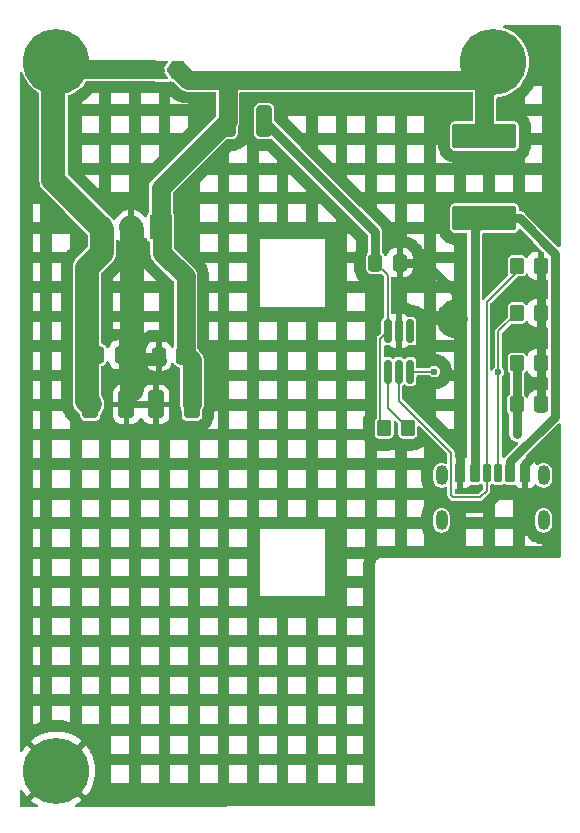
<source format=gbr>
%TF.GenerationSoftware,KiCad,Pcbnew,8.0.8*%
%TF.CreationDate,2025-08-11T02:01:29+09:00*%
%TF.ProjectId,20250811-7seg-led-panel-power,32303235-3038-4313-912d-377365672d6c,rev?*%
%TF.SameCoordinates,Original*%
%TF.FileFunction,Copper,L2,Bot*%
%TF.FilePolarity,Positive*%
%FSLAX46Y46*%
G04 Gerber Fmt 4.6, Leading zero omitted, Abs format (unit mm)*
G04 Created by KiCad (PCBNEW 8.0.8) date 2025-08-11 02:01:29*
%MOMM*%
%LPD*%
G01*
G04 APERTURE LIST*
G04 Aperture macros list*
%AMRoundRect*
0 Rectangle with rounded corners*
0 $1 Rounding radius*
0 $2 $3 $4 $5 $6 $7 $8 $9 X,Y pos of 4 corners*
0 Add a 4 corners polygon primitive as box body*
4,1,4,$2,$3,$4,$5,$6,$7,$8,$9,$2,$3,0*
0 Add four circle primitives for the rounded corners*
1,1,$1+$1,$2,$3*
1,1,$1+$1,$4,$5*
1,1,$1+$1,$6,$7*
1,1,$1+$1,$8,$9*
0 Add four rect primitives between the rounded corners*
20,1,$1+$1,$2,$3,$4,$5,0*
20,1,$1+$1,$4,$5,$6,$7,0*
20,1,$1+$1,$6,$7,$8,$9,0*
20,1,$1+$1,$8,$9,$2,$3,0*%
%AMFreePoly0*
4,1,6,1.000000,0.000000,0.500000,-0.750000,-0.500000,-0.750000,-0.500000,0.750000,0.500000,0.750000,1.000000,0.000000,1.000000,0.000000,$1*%
%AMFreePoly1*
4,1,6,0.500000,-0.750000,-0.650000,-0.750000,-0.150000,0.000000,-0.650000,0.750000,0.500000,0.750000,0.500000,-0.750000,0.500000,-0.750000,$1*%
G04 Aperture macros list end*
%TA.AperFunction,HeatsinkPad*%
%ADD10O,1.000000X1.700000*%
%TD*%
%TA.AperFunction,SMDPad,CuDef*%
%ADD11RoundRect,0.225000X0.225000X0.575000X-0.225000X0.575000X-0.225000X-0.575000X0.225000X-0.575000X0*%
%TD*%
%TA.AperFunction,SMDPad,CuDef*%
%ADD12RoundRect,0.200000X0.200000X0.600000X-0.200000X0.600000X-0.200000X-0.600000X0.200000X-0.600000X0*%
%TD*%
%TA.AperFunction,SMDPad,CuDef*%
%ADD13RoundRect,0.175000X0.175000X0.625000X-0.175000X0.625000X-0.175000X-0.625000X0.175000X-0.625000X0*%
%TD*%
%TA.AperFunction,SMDPad,CuDef*%
%ADD14RoundRect,0.162500X-0.162500X0.837500X-0.162500X-0.837500X0.162500X-0.837500X0.162500X0.837500X0*%
%TD*%
%TA.AperFunction,SMDPad,CuDef*%
%ADD15RoundRect,0.250000X0.400000X1.075000X-0.400000X1.075000X-0.400000X-1.075000X0.400000X-1.075000X0*%
%TD*%
%TA.AperFunction,SMDPad,CuDef*%
%ADD16RoundRect,0.250000X-0.350000X-0.450000X0.350000X-0.450000X0.350000X0.450000X-0.350000X0.450000X0*%
%TD*%
%TA.AperFunction,SMDPad,CuDef*%
%ADD17RoundRect,0.250001X2.474999X-0.799999X2.474999X0.799999X-2.474999X0.799999X-2.474999X-0.799999X0*%
%TD*%
%TA.AperFunction,SMDPad,CuDef*%
%ADD18RoundRect,0.250000X-0.337500X-0.475000X0.337500X-0.475000X0.337500X0.475000X-0.337500X0.475000X0*%
%TD*%
%TA.AperFunction,ComponentPad*%
%ADD19R,1.905000X2.000000*%
%TD*%
%TA.AperFunction,ComponentPad*%
%ADD20O,1.905000X2.000000*%
%TD*%
%TA.AperFunction,ComponentPad*%
%ADD21C,5.600000*%
%TD*%
%TA.AperFunction,SMDPad,CuDef*%
%ADD22RoundRect,0.250000X0.337500X0.475000X-0.337500X0.475000X-0.337500X-0.475000X0.337500X-0.475000X0*%
%TD*%
%TA.AperFunction,SMDPad,CuDef*%
%ADD23FreePoly0,180.000000*%
%TD*%
%TA.AperFunction,SMDPad,CuDef*%
%ADD24FreePoly1,180.000000*%
%TD*%
%TA.AperFunction,SMDPad,CuDef*%
%ADD25RoundRect,0.250000X-0.412500X-0.925000X0.412500X-0.925000X0.412500X0.925000X-0.412500X0.925000X0*%
%TD*%
%TA.AperFunction,SMDPad,CuDef*%
%ADD26RoundRect,0.250000X0.412500X0.925000X-0.412500X0.925000X-0.412500X-0.925000X0.412500X-0.925000X0*%
%TD*%
%TA.AperFunction,ViaPad*%
%ADD27C,0.800000*%
%TD*%
%TA.AperFunction,ViaPad*%
%ADD28C,2.000000*%
%TD*%
%TA.AperFunction,ViaPad*%
%ADD29C,0.600000*%
%TD*%
%TA.AperFunction,Conductor*%
%ADD30C,0.800000*%
%TD*%
%TA.AperFunction,Conductor*%
%ADD31C,2.000000*%
%TD*%
%TA.AperFunction,Conductor*%
%ADD32C,1.600000*%
%TD*%
%TA.AperFunction,Conductor*%
%ADD33C,1.000000*%
%TD*%
%TA.AperFunction,Conductor*%
%ADD34C,0.200000*%
%TD*%
%TA.AperFunction,Conductor*%
%ADD35C,0.600000*%
%TD*%
G04 APERTURE END LIST*
D10*
%TO.P,J102,S1,SHIELD*%
%TO.N,Net-(J102-SHIELD)*%
X139660000Y-97700000D03*
X139660000Y-93900000D03*
X148300000Y-97700000D03*
X148300000Y-93900000D03*
D11*
%TO.P,J102,B12,GND*%
%TO.N,GND*%
X146730000Y-93720000D03*
D12*
%TO.P,J102,B9,VBUS*%
%TO.N,Net-(F102-Pad1)*%
X145500000Y-93720000D03*
D13*
%TO.P,J102,B5,CC2*%
%TO.N,Net-(J102-CC2)*%
X143480000Y-93720000D03*
D11*
%TO.P,J102,A12,GND*%
%TO.N,GND*%
X141230000Y-93720000D03*
D12*
%TO.P,J102,A9,VBUS*%
%TO.N,Net-(F102-Pad1)*%
X142460000Y-93720000D03*
D13*
%TO.P,J102,A5,CC1*%
%TO.N,Net-(J102-CC1)*%
X144480000Y-93720000D03*
%TD*%
D14*
%TO.P,U103,1,VDD*%
%TO.N,Net-(U103-VDD)*%
X135100000Y-81690000D03*
%TO.P,U103,2,GND*%
%TO.N,GND*%
X136050000Y-81690000D03*
%TO.P,U103,3,PG*%
%TO.N,unconnected-(U103-PG-Pad3)*%
X137000000Y-81690000D03*
%TO.P,U103,4,CC1*%
%TO.N,Net-(J102-CC1)*%
X137000000Y-85110000D03*
%TO.P,U103,5,CC2*%
%TO.N,Net-(J102-CC2)*%
X136050000Y-85110000D03*
%TO.P,U103,6,CFG*%
%TO.N,Net-(U103-CFG)*%
X135100000Y-85110000D03*
%TD*%
D15*
%TO.P,R108,1*%
%TO.N,Net-(U103-VDD)*%
X124650000Y-63900000D03*
%TO.P,R108,2*%
%TO.N,VBUS*%
X121550000Y-63900000D03*
%TD*%
D16*
%TO.P,R107,1*%
%TO.N,Net-(U103-VDD)*%
X134800000Y-89900000D03*
%TO.P,R107,2*%
%TO.N,Net-(U103-CFG)*%
X136800000Y-89900000D03*
%TD*%
%TO.P,R106,1*%
%TO.N,Net-(J102-CC2)*%
X146050000Y-76150000D03*
%TO.P,R106,2*%
%TO.N,GND*%
X148050000Y-76150000D03*
%TD*%
%TO.P,R105,1*%
%TO.N,Net-(J102-CC1)*%
X146050000Y-80150000D03*
%TO.P,R105,2*%
%TO.N,GND*%
X148050000Y-80150000D03*
%TD*%
%TO.P,R104,1*%
%TO.N,Net-(J102-SHIELD)*%
X146050000Y-84400000D03*
%TO.P,R104,2*%
%TO.N,GND*%
X148050000Y-84400000D03*
%TD*%
D17*
%TO.P,F102,1*%
%TO.N,Net-(F102-Pad1)*%
X143300000Y-72125000D03*
%TO.P,F102,2*%
%TO.N,VBUS*%
X143300000Y-65175000D03*
%TD*%
D18*
%TO.P,C108,1*%
%TO.N,Net-(U103-VDD)*%
X134050000Y-75900000D03*
%TO.P,C108,2*%
%TO.N,GND*%
X136125000Y-75900000D03*
%TD*%
%TO.P,C102,1*%
%TO.N,Net-(J102-SHIELD)*%
X146012500Y-87900000D03*
%TO.P,C102,2*%
%TO.N,GND*%
X148087500Y-87900000D03*
%TD*%
D19*
%TO.P,U101,1,VI*%
%TO.N,VBUS*%
X115890000Y-72900000D03*
D20*
%TO.P,U101,2,GND*%
%TO.N,GND*%
X113350000Y-72900000D03*
%TO.P,U101,3,VO*%
%TO.N,+5V*%
X110810000Y-72900000D03*
%TD*%
D21*
%TO.P,H102,1,MP*%
%TO.N,GND*%
X107050000Y-118900000D03*
%TD*%
%TO.P,H105,1,MP*%
%TO.N,+5V*%
X107050000Y-58900000D03*
%TD*%
%TO.P,H101,1,MP*%
%TO.N,VBUS*%
X144050000Y-58900000D03*
%TD*%
D22*
%TO.P,C103,1*%
%TO.N,VBUS*%
X117787500Y-83800000D03*
%TO.P,C103,2*%
%TO.N,GND*%
X115712500Y-83800000D03*
%TD*%
D18*
%TO.P,C104,1*%
%TO.N,+5V*%
X110512500Y-83700000D03*
%TO.P,C104,2*%
%TO.N,GND*%
X112587500Y-83700000D03*
%TD*%
D23*
%TO.P,JP101,1,A*%
%TO.N,VBUS*%
X117375000Y-59600000D03*
D24*
%TO.P,JP101,2,B*%
%TO.N,+5V*%
X115925000Y-59600000D03*
%TD*%
D25*
%TO.P,C105,1*%
%TO.N,+5V*%
X109912500Y-87900000D03*
%TO.P,C105,2*%
%TO.N,GND*%
X112987500Y-87900000D03*
%TD*%
D26*
%TO.P,C101,1*%
%TO.N,VBUS*%
X118525000Y-87900000D03*
%TO.P,C101,2*%
%TO.N,GND*%
X115450000Y-87900000D03*
%TD*%
D27*
%TO.N,GND*%
X148550000Y-91400000D03*
D28*
X140860000Y-80650000D03*
D27*
X148087500Y-86150000D03*
D29*
%TO.N,Net-(J102-CC1)*%
X139050000Y-85110000D03*
X144480000Y-85150000D03*
%TO.N,Net-(J102-SHIELD)*%
X146012500Y-90437500D03*
%TD*%
D30*
%TO.N,GND*%
X140860000Y-78460000D02*
X138300000Y-75900000D01*
X140860000Y-80650000D02*
X141230000Y-81020000D01*
X138300000Y-75900000D02*
X136125000Y-75900000D01*
X141230000Y-81020000D02*
X141230000Y-93720000D01*
X140860000Y-80650000D02*
X140860000Y-78460000D01*
%TO.N,Net-(F102-Pad1)*%
X143300000Y-72125000D02*
X142460000Y-72965000D01*
X142460000Y-72965000D02*
X142460000Y-93720000D01*
D31*
%TO.N,+5V*%
X110910000Y-75045000D02*
X110910000Y-73010000D01*
X110910000Y-73010000D02*
X106800000Y-68900000D01*
X106800000Y-68900000D02*
X106800000Y-59150000D01*
X106800000Y-59150000D02*
X107050000Y-58900000D01*
D32*
%TO.N,VBUS*%
X143300000Y-65175000D02*
X143300000Y-61150000D01*
X143300000Y-61150000D02*
X144050000Y-60400000D01*
D30*
%TO.N,Net-(F102-Pad1)*%
X145500000Y-93720000D02*
X145500000Y-92700000D01*
X145500000Y-92700000D02*
X149275000Y-88925000D01*
X149275000Y-88925000D02*
X149275000Y-75125000D01*
X149275000Y-75125000D02*
X146275000Y-72125000D01*
X146275000Y-72125000D02*
X143300000Y-72125000D01*
D33*
X143300000Y-72125000D02*
X142550000Y-72875000D01*
D30*
%TO.N,GND*%
X148087500Y-87900000D02*
X148087500Y-86150000D01*
X148087500Y-84437500D02*
X148050000Y-84400000D01*
X148087500Y-86150000D02*
X148087500Y-84437500D01*
D34*
%TO.N,Net-(J102-CC1)*%
X144480000Y-93720000D02*
X144480000Y-85150000D01*
D30*
%TO.N,GND*%
X148300000Y-91400000D02*
X148550000Y-91400000D01*
X146730000Y-92970000D02*
X148300000Y-91400000D01*
X146730000Y-93720000D02*
X146730000Y-92970000D01*
%TO.N,Net-(J102-SHIELD)*%
X146012500Y-90437500D02*
X146012500Y-88900000D01*
X146050000Y-88862500D02*
X146050000Y-84400000D01*
X146012500Y-88900000D02*
X146050000Y-88862500D01*
D34*
%TO.N,Net-(J102-CC2)*%
X143480000Y-79220000D02*
X143480000Y-95220000D01*
X146050000Y-76650000D02*
X143480000Y-79220000D01*
X140460000Y-95560000D02*
X140460000Y-91975256D01*
X142930000Y-95770000D02*
X140670000Y-95770000D01*
X146050000Y-76150000D02*
X146050000Y-76650000D01*
X143480000Y-95220000D02*
X142930000Y-95770000D01*
X140460000Y-91975256D02*
X136050000Y-87565256D01*
X136050000Y-87565256D02*
X136050000Y-85110000D01*
X140670000Y-95770000D02*
X140460000Y-95560000D01*
%TO.N,Net-(J102-CC1)*%
X139050000Y-85110000D02*
X137000000Y-85110000D01*
%TO.N,GND*%
X136125000Y-75900000D02*
X136125000Y-81615000D01*
X136125000Y-81615000D02*
X136050000Y-81690000D01*
D30*
%TO.N,Net-(U103-VDD)*%
X134050000Y-75900000D02*
X134050000Y-73300000D01*
X134050000Y-73300000D02*
X124650000Y-63900000D01*
D34*
%TO.N,Net-(J102-CC1)*%
X144480000Y-85150000D02*
X144480000Y-81720000D01*
D30*
%TO.N,GND*%
X148050000Y-80150000D02*
X148050000Y-76150000D01*
X148050000Y-84400000D02*
X148050000Y-80150000D01*
D32*
%TO.N,VBUS*%
X117987500Y-77042500D02*
X115990000Y-75045000D01*
X115990000Y-75045000D02*
X115990000Y-73000000D01*
X115990000Y-73000000D02*
X115890000Y-72900000D01*
X117987500Y-83600000D02*
X117987500Y-77042500D01*
X115890000Y-72900000D02*
X115890000Y-69560000D01*
X115890000Y-69560000D02*
X121550000Y-63900000D01*
X121550000Y-60900000D02*
X121550000Y-63900000D01*
X144050000Y-58900000D02*
X142550000Y-60400000D01*
X142550000Y-60400000D02*
X118175000Y-60400000D01*
X118175000Y-60400000D02*
X117375000Y-59600000D01*
X117987500Y-83600000D02*
X118525000Y-84137500D01*
X118525000Y-84137500D02*
X118525000Y-87900000D01*
D34*
%TO.N,Net-(J102-CC1)*%
X144480000Y-81720000D02*
X146050000Y-80150000D01*
%TO.N,Net-(U103-CFG)*%
X135100000Y-85110000D02*
X135100000Y-88200000D01*
X135100000Y-88200000D02*
X136800000Y-89900000D01*
%TO.N,Net-(U103-VDD)*%
X134800000Y-89900000D02*
X134475000Y-89575000D01*
X134475000Y-89575000D02*
X134475000Y-82315000D01*
X134475000Y-82315000D02*
X135100000Y-81690000D01*
X135100000Y-81690000D02*
X135100000Y-76950000D01*
X135100000Y-76950000D02*
X134050000Y-75900000D01*
D33*
%TO.N,VBUS*%
X144050000Y-60400000D02*
X144050000Y-58900000D01*
X117787500Y-83800000D02*
X117987500Y-83600000D01*
D35*
%TO.N,GND*%
X112712500Y-83700000D02*
X112587500Y-83700000D01*
D33*
X112587500Y-83700000D02*
X113450000Y-82837500D01*
D31*
X113350000Y-72900000D02*
X113450000Y-73000000D01*
D33*
X115775000Y-84100000D02*
X115912500Y-84237500D01*
D31*
X113450000Y-73000000D02*
X113450000Y-86700000D01*
D33*
X113450000Y-84100000D02*
X115775000Y-84100000D01*
D31*
X113450000Y-81062500D02*
X113450000Y-82837500D01*
D35*
X115450000Y-87900000D02*
X112987500Y-87900000D01*
D31*
%TO.N,+5V*%
X110712500Y-75242500D02*
X109650000Y-76305000D01*
D35*
X110910000Y-75045000D02*
X110712500Y-75242500D01*
D31*
X109650000Y-87637500D02*
X109912500Y-87900000D01*
X109650000Y-76305000D02*
X109650000Y-87637500D01*
D35*
X115350000Y-59600000D02*
X115870097Y-59600000D01*
D32*
X115250000Y-59500000D02*
X107650000Y-59500000D01*
D33*
X107650000Y-59500000D02*
X107050000Y-58900000D01*
X115350000Y-59600000D02*
X115250000Y-59500000D01*
%TD*%
%TA.AperFunction,Conductor*%
%TO.N,GND*%
G36*
X105829588Y-119942330D02*
G01*
X106007670Y-120120412D01*
X106109300Y-120194251D01*
X104897255Y-121406295D01*
X104897256Y-121406296D01*
X104910485Y-121418828D01*
X104910486Y-121418829D01*
X105195367Y-121635388D01*
X105195383Y-121635399D01*
X105413596Y-121766693D01*
X105460891Y-121818122D01*
X105472874Y-121886956D01*
X105445739Y-121951342D01*
X105388102Y-121990836D01*
X105349939Y-121996943D01*
X104074271Y-121999728D01*
X104007188Y-121980190D01*
X103961318Y-121927486D01*
X103950000Y-121875728D01*
X103950000Y-120596528D01*
X103969685Y-120529489D01*
X104022489Y-120483734D01*
X104091647Y-120473790D01*
X104155203Y-120502815D01*
X104183556Y-120538446D01*
X104218220Y-120603831D01*
X104419033Y-120900007D01*
X104546441Y-121050003D01*
X104546442Y-121050004D01*
X105755747Y-119840698D01*
X105829588Y-119942330D01*
G37*
%TD.AperFunction*%
%TA.AperFunction,Conductor*%
G36*
X149626273Y-55799729D02*
G01*
X149693267Y-55819560D01*
X149738907Y-55872464D01*
X149750000Y-55923729D01*
X149750000Y-74451402D01*
X149730315Y-74518441D01*
X149677511Y-74564196D01*
X149608353Y-74574140D01*
X149544797Y-74545115D01*
X149538319Y-74539083D01*
X146762590Y-71763355D01*
X146762588Y-71763352D01*
X146643717Y-71644481D01*
X146643716Y-71644480D01*
X146533568Y-71580886D01*
X146533566Y-71580885D01*
X146506785Y-71565423D01*
X146506784Y-71565422D01*
X146506783Y-71565422D01*
X146450881Y-71550443D01*
X146354057Y-71524499D01*
X146354054Y-71524499D01*
X146349499Y-71524499D01*
X146282460Y-71504814D01*
X146236705Y-71452010D01*
X146225499Y-71400499D01*
X146225499Y-71270741D01*
X146225499Y-71270736D01*
X146222646Y-71240302D01*
X146177793Y-71112118D01*
X146097150Y-71002850D01*
X145987882Y-70922207D01*
X145987881Y-70922206D01*
X145859695Y-70877353D01*
X145859698Y-70877353D01*
X145829268Y-70874500D01*
X140770741Y-70874500D01*
X140740301Y-70877354D01*
X140740300Y-70877354D01*
X140612118Y-70922206D01*
X140502850Y-71002850D01*
X140422206Y-71112118D01*
X140377353Y-71240302D01*
X140374500Y-71270731D01*
X140374500Y-72979258D01*
X140377354Y-73009698D01*
X140377354Y-73009699D01*
X140422206Y-73137881D01*
X140422207Y-73137882D01*
X140502850Y-73247150D01*
X140612118Y-73327793D01*
X140740302Y-73372646D01*
X140740301Y-73372646D01*
X140744271Y-73373018D01*
X140770735Y-73375500D01*
X141735500Y-73375499D01*
X141802539Y-73395183D01*
X141848294Y-73447987D01*
X141859500Y-73499499D01*
X141859500Y-92343549D01*
X141839815Y-92410588D01*
X141787011Y-92456343D01*
X141717853Y-92466287D01*
X141696497Y-92461255D01*
X141602608Y-92430144D01*
X141503322Y-92420000D01*
X141480000Y-92420000D01*
X141480000Y-95019999D01*
X141503308Y-95019999D01*
X141503322Y-95019998D01*
X141602607Y-95009855D01*
X141763481Y-94956547D01*
X141763492Y-94956542D01*
X141907728Y-94867575D01*
X141907732Y-94867572D01*
X142032680Y-94742625D01*
X142034704Y-94744649D01*
X142081007Y-94711815D01*
X142140732Y-94706602D01*
X142228481Y-94720500D01*
X142691518Y-94720499D01*
X142785304Y-94705646D01*
X142898342Y-94648050D01*
X142899991Y-94646401D01*
X142902489Y-94645036D01*
X142906241Y-94642311D01*
X142906592Y-94642795D01*
X142961312Y-94612912D01*
X143031004Y-94617893D01*
X143075358Y-94646396D01*
X143083786Y-94654824D01*
X143083787Y-94654824D01*
X143083789Y-94654826D01*
X143109960Y-94667620D01*
X143161541Y-94714745D01*
X143179500Y-94779020D01*
X143179500Y-95044167D01*
X143159815Y-95111206D01*
X143143181Y-95131848D01*
X142841848Y-95433181D01*
X142780525Y-95466666D01*
X142754167Y-95469500D01*
X140884500Y-95469500D01*
X140817461Y-95449815D01*
X140771706Y-95397011D01*
X140760500Y-95345500D01*
X140760500Y-95137270D01*
X140780185Y-95070231D01*
X140832989Y-95024476D01*
X140897104Y-95013912D01*
X140956685Y-95019999D01*
X140980000Y-95019998D01*
X140980000Y-92419999D01*
X140956693Y-92420000D01*
X140956671Y-92420001D01*
X140897101Y-92426087D01*
X140828408Y-92413317D01*
X140777524Y-92365436D01*
X140760500Y-92302729D01*
X140760500Y-91935695D01*
X140740020Y-91859265D01*
X140740017Y-91859260D01*
X140700464Y-91790751D01*
X140700458Y-91790743D01*
X137786616Y-88876901D01*
X139198000Y-88876901D01*
X140271370Y-89950271D01*
X140700000Y-89950271D01*
X140700000Y-88448271D01*
X139198000Y-88448271D01*
X139198000Y-88876901D01*
X137786616Y-88876901D01*
X136386819Y-87477104D01*
X136353334Y-87415781D01*
X136350500Y-87389423D01*
X136350500Y-86605928D01*
X139198000Y-86605928D01*
X139198000Y-87450271D01*
X140700000Y-87450271D01*
X140700000Y-85948271D01*
X140298664Y-85948271D01*
X140295674Y-85952924D01*
X140290626Y-85960194D01*
X140258520Y-86003083D01*
X140252966Y-86009976D01*
X140112020Y-86172637D01*
X140105988Y-86179115D01*
X140068112Y-86216991D01*
X140061636Y-86223021D01*
X140007744Y-86269721D01*
X140000851Y-86275276D01*
X139957957Y-86307387D01*
X139950684Y-86312437D01*
X139769620Y-86428799D01*
X139762009Y-86433315D01*
X139714997Y-86458986D01*
X139707084Y-86462947D01*
X139642217Y-86492573D01*
X139634036Y-86495962D01*
X139583833Y-86514687D01*
X139575433Y-86517482D01*
X139368914Y-86578120D01*
X139360338Y-86580309D01*
X139307988Y-86591697D01*
X139299277Y-86593269D01*
X139228694Y-86603417D01*
X139219892Y-86604363D01*
X139198000Y-86605928D01*
X136350500Y-86605928D01*
X136350500Y-86361496D01*
X136370185Y-86294457D01*
X136420039Y-86250095D01*
X136426347Y-86247012D01*
X136426349Y-86247010D01*
X136437319Y-86236041D01*
X136498642Y-86202556D01*
X136568334Y-86207540D01*
X136612681Y-86236041D01*
X136623651Y-86247011D01*
X136732488Y-86300219D01*
X136732489Y-86300219D01*
X136732491Y-86300220D01*
X136803051Y-86310500D01*
X137196948Y-86310499D01*
X137196950Y-86310499D01*
X137225172Y-86306387D01*
X137267509Y-86300220D01*
X137376347Y-86247012D01*
X137462012Y-86161347D01*
X137515220Y-86052509D01*
X137525500Y-85981949D01*
X137525500Y-85534500D01*
X137545185Y-85467461D01*
X137597989Y-85421706D01*
X137649500Y-85410500D01*
X138591499Y-85410500D01*
X138658538Y-85430185D01*
X138685211Y-85453296D01*
X138718872Y-85492143D01*
X138839947Y-85569953D01*
X138839950Y-85569954D01*
X138839949Y-85569954D01*
X138978036Y-85610499D01*
X138978038Y-85610500D01*
X138978039Y-85610500D01*
X139121962Y-85610500D01*
X139121962Y-85610499D01*
X139260053Y-85569953D01*
X139381128Y-85492143D01*
X139475377Y-85383373D01*
X139535165Y-85252457D01*
X139555647Y-85110000D01*
X139535165Y-84967543D01*
X139475377Y-84836627D01*
X139381128Y-84727857D01*
X139260053Y-84650047D01*
X139260051Y-84650046D01*
X139260049Y-84650045D01*
X139260050Y-84650045D01*
X139121963Y-84609500D01*
X139121961Y-84609500D01*
X138978039Y-84609500D01*
X138978036Y-84609500D01*
X138839949Y-84650045D01*
X138718873Y-84727856D01*
X138718872Y-84727856D01*
X138718872Y-84727857D01*
X138696827Y-84753299D01*
X138685212Y-84766703D01*
X138626433Y-84804477D01*
X138591499Y-84809500D01*
X137649499Y-84809500D01*
X137582460Y-84789815D01*
X137536705Y-84737011D01*
X137525499Y-84685500D01*
X137525499Y-84238049D01*
X137515220Y-84167493D01*
X137515220Y-84167491D01*
X137462012Y-84058653D01*
X137462010Y-84058651D01*
X137462010Y-84058650D01*
X137376348Y-83972988D01*
X137267511Y-83919780D01*
X137249869Y-83917210D01*
X137196949Y-83909500D01*
X137196943Y-83909500D01*
X136803049Y-83909500D01*
X136732493Y-83919779D01*
X136623650Y-83972989D01*
X136612681Y-83983959D01*
X136551358Y-84017444D01*
X136481666Y-84012460D01*
X136437319Y-83983959D01*
X136426348Y-83972988D01*
X136317511Y-83919780D01*
X136299869Y-83917210D01*
X136246949Y-83909500D01*
X136246943Y-83909500D01*
X135853049Y-83909500D01*
X135782493Y-83919779D01*
X135673650Y-83972989D01*
X135662681Y-83983959D01*
X135601358Y-84017444D01*
X135531666Y-84012460D01*
X135487319Y-83983959D01*
X135476348Y-83972988D01*
X135367511Y-83919780D01*
X135349869Y-83917210D01*
X135296949Y-83909500D01*
X135296943Y-83909500D01*
X134899500Y-83909500D01*
X134832461Y-83889815D01*
X134786706Y-83837011D01*
X134775500Y-83785500D01*
X134775500Y-83614071D01*
X139198000Y-83614071D01*
X139219892Y-83615637D01*
X139228694Y-83616583D01*
X139299277Y-83626731D01*
X139307988Y-83628303D01*
X139360338Y-83639691D01*
X139368914Y-83641880D01*
X139575433Y-83702518D01*
X139583833Y-83705313D01*
X139634036Y-83724038D01*
X139642217Y-83727427D01*
X139707084Y-83757053D01*
X139714997Y-83761014D01*
X139762009Y-83786685D01*
X139769620Y-83791201D01*
X139950684Y-83907563D01*
X139957957Y-83912613D01*
X140000851Y-83944724D01*
X140007744Y-83950279D01*
X140061636Y-83996979D01*
X140068112Y-84003009D01*
X140105988Y-84040885D01*
X140112020Y-84047363D01*
X140252966Y-84210024D01*
X140258520Y-84216917D01*
X140290626Y-84259806D01*
X140295674Y-84267076D01*
X140334226Y-84327064D01*
X140338744Y-84334679D01*
X140364416Y-84381696D01*
X140368377Y-84389609D01*
X140457786Y-84585385D01*
X140461173Y-84593562D01*
X140479892Y-84643748D01*
X140482687Y-84652145D01*
X140502780Y-84720568D01*
X140504970Y-84729146D01*
X140516361Y-84781505D01*
X140517933Y-84790219D01*
X140540944Y-84950271D01*
X140700000Y-84950271D01*
X140700000Y-83448271D01*
X139198000Y-83448271D01*
X139198000Y-83614071D01*
X134775500Y-83614071D01*
X134775500Y-83014499D01*
X134795185Y-82947460D01*
X134847989Y-82901705D01*
X134899500Y-82890499D01*
X134903044Y-82890499D01*
X134903051Y-82890500D01*
X135263726Y-82890499D01*
X135330765Y-82910184D01*
X135356767Y-82933863D01*
X135356857Y-82933774D01*
X135358771Y-82935688D01*
X135361335Y-82938023D01*
X135362163Y-82939080D01*
X135475919Y-83052836D01*
X135613607Y-83136072D01*
X135613606Y-83136072D01*
X135767197Y-83183932D01*
X135767207Y-83183935D01*
X135799999Y-83186914D01*
X135800000Y-83186914D01*
X136300000Y-83186914D01*
X136332792Y-83183935D01*
X136332802Y-83183932D01*
X136486392Y-83136072D01*
X136624078Y-83052837D01*
X136737837Y-82939077D01*
X136738655Y-82938034D01*
X136739448Y-82937467D01*
X136743142Y-82933773D01*
X136743755Y-82934386D01*
X136795492Y-82897397D01*
X136836266Y-82890499D01*
X137196948Y-82890499D01*
X137196950Y-82890499D01*
X137225172Y-82886387D01*
X137267509Y-82880220D01*
X137376347Y-82827012D01*
X137462012Y-82741347D01*
X137515220Y-82632509D01*
X137525500Y-82561949D01*
X137525500Y-82450271D01*
X139198000Y-82450271D01*
X140700000Y-82450271D01*
X140700000Y-82269756D01*
X140470100Y-82231393D01*
X140450247Y-82226365D01*
X140215129Y-82145649D01*
X140196375Y-82137423D01*
X139977749Y-82019109D01*
X139960603Y-82007907D01*
X139764433Y-81855221D01*
X139749366Y-81841351D01*
X139581002Y-81658460D01*
X139568423Y-81642298D01*
X139432459Y-81434189D01*
X139422712Y-81416178D01*
X139322856Y-81188528D01*
X139316206Y-81169158D01*
X139260269Y-80948271D01*
X139198000Y-80948271D01*
X139198000Y-82450271D01*
X137525500Y-82450271D01*
X137525499Y-80818052D01*
X137521658Y-80791688D01*
X137515220Y-80747493D01*
X137515220Y-80747491D01*
X137462012Y-80638653D01*
X137462010Y-80638651D01*
X137462010Y-80638650D01*
X137376348Y-80552988D01*
X137267511Y-80499780D01*
X137249869Y-80497210D01*
X137196949Y-80489500D01*
X137196943Y-80489500D01*
X136836273Y-80489500D01*
X136769234Y-80469815D01*
X136743233Y-80446135D01*
X136743143Y-80446226D01*
X136741216Y-80444299D01*
X136738663Y-80441974D01*
X136737838Y-80440921D01*
X136624080Y-80327163D01*
X136486396Y-80243929D01*
X136332794Y-80196066D01*
X136300000Y-80193085D01*
X136300000Y-83186914D01*
X135800000Y-83186914D01*
X135800000Y-80193085D01*
X135799999Y-80193085D01*
X135767205Y-80196066D01*
X135613602Y-80243930D01*
X135588648Y-80259015D01*
X135521093Y-80276850D01*
X135454620Y-80255331D01*
X135410333Y-80201290D01*
X135400500Y-80152897D01*
X135400500Y-79264535D01*
X136698000Y-79264535D01*
X136812100Y-79300090D01*
X136819181Y-79302534D01*
X136861565Y-79318608D01*
X136868487Y-79321475D01*
X136923501Y-79346236D01*
X136930234Y-79349515D01*
X136970366Y-79370578D01*
X136976890Y-79374257D01*
X137166190Y-79488694D01*
X137170530Y-79491500D01*
X137215010Y-79491500D01*
X137219495Y-79491581D01*
X137246626Y-79492563D01*
X137251109Y-79492807D01*
X137287116Y-79495418D01*
X137291582Y-79495823D01*
X137318532Y-79498760D01*
X137322974Y-79499325D01*
X137449692Y-79517786D01*
X137459141Y-79519539D01*
X137515870Y-79532355D01*
X137525152Y-79534834D01*
X137599123Y-79557690D01*
X137608187Y-79560880D01*
X137662261Y-79582302D01*
X137671051Y-79586185D01*
X137851763Y-79674530D01*
X137860776Y-79679407D01*
X137914066Y-79711161D01*
X137922644Y-79716765D01*
X137989861Y-79764755D01*
X137997949Y-79771051D01*
X138045296Y-79811151D01*
X138052837Y-79818093D01*
X138185015Y-79950271D01*
X138200000Y-79950271D01*
X139198000Y-79950271D01*
X139393565Y-79950271D01*
X139422712Y-79883822D01*
X139432459Y-79865811D01*
X139568423Y-79657702D01*
X139581002Y-79641540D01*
X139749366Y-79458649D01*
X139764433Y-79444779D01*
X139960603Y-79292093D01*
X139977749Y-79280891D01*
X140196375Y-79162577D01*
X140215129Y-79154351D01*
X140450247Y-79073635D01*
X140470100Y-79068607D01*
X140700000Y-79030243D01*
X140700000Y-78448271D01*
X139198000Y-78448271D01*
X139198000Y-79950271D01*
X138200000Y-79950271D01*
X138200000Y-78448271D01*
X136698000Y-78448271D01*
X136698000Y-79264535D01*
X135400500Y-79264535D01*
X135400500Y-77450271D01*
X139198000Y-77450271D01*
X140700000Y-77450271D01*
X140700000Y-75948271D01*
X139198000Y-75948271D01*
X139198000Y-77450271D01*
X135400500Y-77450271D01*
X135400500Y-77208585D01*
X135420185Y-77141546D01*
X135472989Y-77095791D01*
X135542147Y-77085847D01*
X135563504Y-77090879D01*
X135634802Y-77114505D01*
X135634809Y-77114506D01*
X135737519Y-77124999D01*
X135874999Y-77124999D01*
X136375000Y-77124999D01*
X136512472Y-77124999D01*
X136512486Y-77124998D01*
X136615197Y-77114505D01*
X136781619Y-77059358D01*
X136781624Y-77059356D01*
X136930845Y-76967315D01*
X137054815Y-76843345D01*
X137146856Y-76694124D01*
X137146858Y-76694119D01*
X137202005Y-76527697D01*
X137202006Y-76527690D01*
X137212499Y-76424986D01*
X137212500Y-76424973D01*
X137212500Y-76150000D01*
X136375000Y-76150000D01*
X136375000Y-77124999D01*
X135874999Y-77124999D01*
X135875000Y-77124998D01*
X135875000Y-75650000D01*
X136375000Y-75650000D01*
X137212499Y-75650000D01*
X137212499Y-75375028D01*
X137212498Y-75375013D01*
X137202005Y-75272302D01*
X137146858Y-75105880D01*
X137146856Y-75105875D01*
X137054815Y-74956654D01*
X136930845Y-74832684D01*
X136781624Y-74740643D01*
X136781619Y-74740641D01*
X136615197Y-74685494D01*
X136615190Y-74685493D01*
X136512486Y-74675000D01*
X136375000Y-74675000D01*
X136375000Y-75650000D01*
X135875000Y-75650000D01*
X135875000Y-74675000D01*
X135737527Y-74675000D01*
X135737512Y-74675001D01*
X135634802Y-74685494D01*
X135468380Y-74740641D01*
X135468375Y-74740643D01*
X135319154Y-74832684D01*
X135195184Y-74956654D01*
X135103143Y-75105875D01*
X135103141Y-75105880D01*
X135047405Y-75274082D01*
X135007632Y-75331527D01*
X134943117Y-75358350D01*
X134874341Y-75346035D01*
X134823141Y-75298492D01*
X134812658Y-75276033D01*
X134790293Y-75212119D01*
X134790292Y-75212117D01*
X134709650Y-75102850D01*
X134709647Y-75102848D01*
X134709646Y-75102846D01*
X134700863Y-75096364D01*
X134658614Y-75040715D01*
X134650500Y-74996596D01*
X134650500Y-73690758D01*
X136698000Y-73690758D01*
X136743724Y-73695430D01*
X136750433Y-73696301D01*
X136790867Y-73702676D01*
X136797518Y-73703912D01*
X136850767Y-73715314D01*
X136857335Y-73716908D01*
X136896803Y-73727638D01*
X136903276Y-73729589D01*
X137123105Y-73802433D01*
X137129882Y-73804900D01*
X137170434Y-73821010D01*
X137177055Y-73823865D01*
X137229702Y-73848413D01*
X137236149Y-73851651D01*
X137274574Y-73872369D01*
X137280822Y-73875976D01*
X137479493Y-73998517D01*
X137485521Y-74002482D01*
X137521281Y-74027522D01*
X137527067Y-74031830D01*
X137572633Y-74067860D01*
X137578159Y-74072497D01*
X137610757Y-74101508D01*
X137616001Y-74106456D01*
X137781044Y-74271499D01*
X137785992Y-74276743D01*
X137815003Y-74309341D01*
X137819640Y-74314867D01*
X137855670Y-74360433D01*
X137859978Y-74366219D01*
X137885018Y-74401979D01*
X137888983Y-74408007D01*
X138011524Y-74606678D01*
X138015131Y-74612926D01*
X138035849Y-74651351D01*
X138039086Y-74657797D01*
X138063634Y-74710443D01*
X138066491Y-74717067D01*
X138082600Y-74757618D01*
X138085066Y-74764393D01*
X138146661Y-74950271D01*
X138200000Y-74950271D01*
X139198000Y-74950271D01*
X140700000Y-74950271D01*
X140700000Y-74371024D01*
X140692054Y-74370466D01*
X140689171Y-74370229D01*
X140616918Y-74363454D01*
X140609440Y-74362523D01*
X140564393Y-74355518D01*
X140556988Y-74354135D01*
X140497701Y-74341186D01*
X140490393Y-74339356D01*
X140446515Y-74326938D01*
X140439327Y-74324666D01*
X140247238Y-74257451D01*
X140238606Y-74254063D01*
X140187155Y-74231615D01*
X140178798Y-74227590D01*
X140112745Y-74192678D01*
X140104716Y-74188042D01*
X140057200Y-74158185D01*
X140049539Y-74152962D01*
X139880162Y-74027956D01*
X139872913Y-74022175D01*
X139830371Y-73985565D01*
X139823573Y-73979257D01*
X139770743Y-73926427D01*
X139764435Y-73919629D01*
X139727825Y-73877087D01*
X139722044Y-73869838D01*
X139597038Y-73700461D01*
X139591815Y-73692800D01*
X139561958Y-73645284D01*
X139557322Y-73637254D01*
X139522410Y-73571200D01*
X139518386Y-73562845D01*
X139495937Y-73511393D01*
X139492548Y-73502759D01*
X139473482Y-73448271D01*
X139198000Y-73448271D01*
X139198000Y-74950271D01*
X138200000Y-74950271D01*
X138200000Y-73448271D01*
X136698000Y-73448271D01*
X136698000Y-73690758D01*
X134650500Y-73690758D01*
X134650500Y-73220943D01*
X134646713Y-73206812D01*
X134646712Y-73206808D01*
X134612554Y-73079327D01*
X134612553Y-73079321D01*
X134609578Y-73068217D01*
X134530522Y-72931287D01*
X134530521Y-72931286D01*
X134530520Y-72931284D01*
X134418716Y-72819480D01*
X134418715Y-72819479D01*
X134414385Y-72815149D01*
X134414374Y-72815139D01*
X132786616Y-71187381D01*
X134198000Y-71187381D01*
X135107988Y-72097369D01*
X135108059Y-72097437D01*
X135259319Y-72248698D01*
X135264864Y-72254619D01*
X135297234Y-72291529D01*
X135302381Y-72297800D01*
X135342171Y-72349653D01*
X135346898Y-72356250D01*
X135374186Y-72397088D01*
X135378472Y-72403980D01*
X135405198Y-72450271D01*
X135700000Y-72450271D01*
X136698000Y-72450271D01*
X138200000Y-72450271D01*
X138200000Y-70948271D01*
X136698000Y-70948271D01*
X136698000Y-72450271D01*
X135700000Y-72450271D01*
X135700000Y-70948271D01*
X134198000Y-70948271D01*
X134198000Y-71187381D01*
X132786616Y-71187381D01*
X130286616Y-68687381D01*
X131698000Y-68687381D01*
X132960890Y-69950271D01*
X133200000Y-69950271D01*
X134198000Y-69950271D01*
X135700000Y-69950271D01*
X136698000Y-69950271D01*
X138200000Y-69950271D01*
X139198000Y-69950271D01*
X140368064Y-69950271D01*
X146698000Y-69950271D01*
X148200000Y-69950271D01*
X148200000Y-68448271D01*
X146698000Y-68448271D01*
X146698000Y-69950271D01*
X140368064Y-69950271D01*
X140439335Y-69925333D01*
X140446521Y-69923061D01*
X140490402Y-69910642D01*
X140497713Y-69908811D01*
X140557006Y-69895862D01*
X140564411Y-69894479D01*
X140609462Y-69887474D01*
X140616940Y-69886543D01*
X140689189Y-69879770D01*
X140692076Y-69879534D01*
X140700000Y-69878977D01*
X140700000Y-69876500D01*
X141698000Y-69876500D01*
X143200000Y-69876500D01*
X144198000Y-69876500D01*
X145700000Y-69876500D01*
X145700000Y-68448271D01*
X144198000Y-68448271D01*
X144198000Y-69876500D01*
X143200000Y-69876500D01*
X143200000Y-68448271D01*
X141698000Y-68448271D01*
X141698000Y-69876500D01*
X140700000Y-69876500D01*
X140700000Y-68448271D01*
X139198000Y-68448271D01*
X139198000Y-69950271D01*
X138200000Y-69950271D01*
X138200000Y-68448271D01*
X136698000Y-68448271D01*
X136698000Y-69950271D01*
X135700000Y-69950271D01*
X135700000Y-68448271D01*
X134198000Y-68448271D01*
X134198000Y-69950271D01*
X133200000Y-69950271D01*
X133200000Y-68448271D01*
X131698000Y-68448271D01*
X131698000Y-68687381D01*
X130286616Y-68687381D01*
X127786616Y-66187381D01*
X129198000Y-66187381D01*
X130460890Y-67450271D01*
X130700000Y-67450271D01*
X131698000Y-67450271D01*
X133200000Y-67450271D01*
X134198000Y-67450271D01*
X135700000Y-67450271D01*
X136698000Y-67450271D01*
X138200000Y-67450271D01*
X139198000Y-67450271D01*
X140700000Y-67450271D01*
X140700000Y-67421024D01*
X140692054Y-67420466D01*
X140689171Y-67420229D01*
X140616918Y-67413454D01*
X140609440Y-67412523D01*
X140564393Y-67405518D01*
X140556988Y-67404135D01*
X140497701Y-67391186D01*
X140490393Y-67389356D01*
X140446515Y-67376938D01*
X140439327Y-67374666D01*
X140247238Y-67307451D01*
X140238606Y-67304063D01*
X140187155Y-67281615D01*
X140178798Y-67277590D01*
X140112745Y-67242678D01*
X140104716Y-67238042D01*
X140057200Y-67208185D01*
X140049539Y-67202962D01*
X139902000Y-67094073D01*
X146698000Y-67094073D01*
X146698000Y-67450271D01*
X148200000Y-67450271D01*
X148200000Y-65948271D01*
X147223500Y-65948271D01*
X147223500Y-66040931D01*
X147223466Y-66043831D01*
X147223056Y-66061360D01*
X147222955Y-66064253D01*
X147221865Y-66087558D01*
X147221695Y-66090458D01*
X147220466Y-66107946D01*
X147220229Y-66110829D01*
X147213454Y-66183082D01*
X147212523Y-66190560D01*
X147205518Y-66235607D01*
X147204135Y-66243012D01*
X147191186Y-66302299D01*
X147189356Y-66309607D01*
X147176938Y-66353485D01*
X147174666Y-66360673D01*
X147107451Y-66552762D01*
X147104063Y-66561394D01*
X147081615Y-66612845D01*
X147077590Y-66621202D01*
X147042678Y-66687255D01*
X147038042Y-66695284D01*
X147008185Y-66742800D01*
X147002962Y-66750461D01*
X146877956Y-66919838D01*
X146872175Y-66927087D01*
X146835565Y-66969629D01*
X146829257Y-66976427D01*
X146776427Y-67029257D01*
X146769629Y-67035565D01*
X146727087Y-67072175D01*
X146719838Y-67077956D01*
X146698000Y-67094073D01*
X139902000Y-67094073D01*
X139880162Y-67077956D01*
X139872913Y-67072175D01*
X139830371Y-67035565D01*
X139823573Y-67029257D01*
X139770743Y-66976427D01*
X139764435Y-66969629D01*
X139727825Y-66927087D01*
X139722044Y-66919838D01*
X139597038Y-66750461D01*
X139591815Y-66742800D01*
X139561958Y-66695284D01*
X139557322Y-66687254D01*
X139522410Y-66621200D01*
X139518386Y-66612845D01*
X139495937Y-66561393D01*
X139492548Y-66552759D01*
X139425333Y-66360665D01*
X139423061Y-66353479D01*
X139410642Y-66309598D01*
X139408811Y-66302287D01*
X139395862Y-66242994D01*
X139394479Y-66235589D01*
X139387474Y-66190538D01*
X139386543Y-66183060D01*
X139379770Y-66110811D01*
X139379534Y-66107924D01*
X139378307Y-66090452D01*
X139378138Y-66087565D01*
X139377047Y-66064267D01*
X139376945Y-66061366D01*
X139376535Y-66043831D01*
X139376501Y-66040932D01*
X139376501Y-65948271D01*
X139198000Y-65948271D01*
X139198000Y-67450271D01*
X138200000Y-67450271D01*
X138200000Y-65948271D01*
X136698000Y-65948271D01*
X136698000Y-67450271D01*
X135700000Y-67450271D01*
X135700000Y-65948271D01*
X134198000Y-65948271D01*
X134198000Y-67450271D01*
X133200000Y-67450271D01*
X133200000Y-65948271D01*
X131698000Y-65948271D01*
X131698000Y-67450271D01*
X130700000Y-67450271D01*
X130700000Y-65948271D01*
X129198000Y-65948271D01*
X129198000Y-66187381D01*
X127786616Y-66187381D01*
X125536819Y-63937584D01*
X125503334Y-63876261D01*
X125500500Y-63849903D01*
X125500500Y-63687381D01*
X126698000Y-63687381D01*
X127960890Y-64950271D01*
X128200000Y-64950271D01*
X129198000Y-64950271D01*
X130700000Y-64950271D01*
X131698000Y-64950271D01*
X133200000Y-64950271D01*
X134198000Y-64950271D01*
X135700000Y-64950271D01*
X136698000Y-64950271D01*
X138200000Y-64950271D01*
X138200000Y-63448271D01*
X136698000Y-63448271D01*
X136698000Y-64950271D01*
X135700000Y-64950271D01*
X135700000Y-63448271D01*
X134198000Y-63448271D01*
X134198000Y-64950271D01*
X133200000Y-64950271D01*
X133200000Y-63448271D01*
X131698000Y-63448271D01*
X131698000Y-64950271D01*
X130700000Y-64950271D01*
X130700000Y-63448271D01*
X129198000Y-63448271D01*
X129198000Y-64950271D01*
X128200000Y-64950271D01*
X128200000Y-63448271D01*
X126698000Y-63448271D01*
X126698000Y-63687381D01*
X125500500Y-63687381D01*
X125500500Y-62770730D01*
X125497646Y-62740300D01*
X125497646Y-62740298D01*
X125452793Y-62612119D01*
X125452792Y-62612117D01*
X125372150Y-62502850D01*
X125262882Y-62422207D01*
X125262880Y-62422206D01*
X125134700Y-62377353D01*
X125104270Y-62374500D01*
X125104266Y-62374500D01*
X124195734Y-62374500D01*
X124195730Y-62374500D01*
X124165300Y-62377353D01*
X124165298Y-62377353D01*
X124037119Y-62422206D01*
X124037117Y-62422207D01*
X123927850Y-62502850D01*
X123847207Y-62612117D01*
X123847206Y-62612119D01*
X123802353Y-62740298D01*
X123802353Y-62740300D01*
X123799500Y-62770730D01*
X123799500Y-65029269D01*
X123802353Y-65059699D01*
X123802353Y-65059701D01*
X123847206Y-65187880D01*
X123847207Y-65187882D01*
X123927850Y-65297150D01*
X124037118Y-65377793D01*
X124079845Y-65392744D01*
X124165299Y-65422646D01*
X124195730Y-65425500D01*
X124195734Y-65425500D01*
X125104270Y-65425500D01*
X125128612Y-65423216D01*
X125134699Y-65422646D01*
X125200952Y-65399462D01*
X125270730Y-65395900D01*
X125329588Y-65428823D01*
X133413181Y-73512416D01*
X133446666Y-73573739D01*
X133449500Y-73600097D01*
X133449500Y-74996596D01*
X133429815Y-75063635D01*
X133399137Y-75096364D01*
X133390353Y-75102846D01*
X133390350Y-75102850D01*
X133309707Y-75212117D01*
X133309706Y-75212119D01*
X133264853Y-75340298D01*
X133264853Y-75340300D01*
X133262000Y-75370730D01*
X133262000Y-76429269D01*
X133264853Y-76459699D01*
X133264853Y-76459701D01*
X133309706Y-76587880D01*
X133309707Y-76587882D01*
X133390350Y-76697150D01*
X133499618Y-76777793D01*
X133524747Y-76786586D01*
X133627799Y-76822646D01*
X133658230Y-76825500D01*
X133658234Y-76825500D01*
X134441770Y-76825500D01*
X134479713Y-76821942D01*
X134479946Y-76824435D01*
X134537585Y-76828489D01*
X134582070Y-76857041D01*
X134763181Y-77038152D01*
X134796666Y-77099475D01*
X134799500Y-77125833D01*
X134799500Y-80438504D01*
X134779815Y-80505543D01*
X134729963Y-80549903D01*
X134723652Y-80552988D01*
X134723650Y-80552990D01*
X134637988Y-80638651D01*
X134584780Y-80747488D01*
X134580925Y-80773951D01*
X134574500Y-80818051D01*
X134574500Y-80818056D01*
X134574500Y-81739166D01*
X134554815Y-81806205D01*
X134538181Y-81826847D01*
X134290489Y-82074540D01*
X134234541Y-82130487D01*
X134234535Y-82130495D01*
X134194982Y-82199004D01*
X134194979Y-82199009D01*
X134174500Y-82275439D01*
X134174500Y-89030823D01*
X134154815Y-89097862D01*
X134133617Y-89120477D01*
X134134420Y-89121280D01*
X134127851Y-89127848D01*
X134047207Y-89237117D01*
X134047206Y-89237119D01*
X134002353Y-89365298D01*
X134002353Y-89365300D01*
X133999500Y-89395730D01*
X133999500Y-90404269D01*
X134002353Y-90434699D01*
X134002353Y-90434701D01*
X134044303Y-90554584D01*
X134047207Y-90562882D01*
X134127850Y-90672150D01*
X134237118Y-90752793D01*
X134279845Y-90767744D01*
X134365299Y-90797646D01*
X134395730Y-90800500D01*
X134395734Y-90800500D01*
X135204270Y-90800500D01*
X135234699Y-90797646D01*
X135234701Y-90797646D01*
X135298790Y-90775219D01*
X135362882Y-90752793D01*
X135472150Y-90672150D01*
X135552793Y-90562882D01*
X135593255Y-90447248D01*
X135597646Y-90434701D01*
X135597646Y-90434699D01*
X135600500Y-90404269D01*
X135600500Y-89424833D01*
X135620185Y-89357794D01*
X135672989Y-89312039D01*
X135742147Y-89302095D01*
X135805703Y-89331120D01*
X135812181Y-89337152D01*
X135963181Y-89488152D01*
X135996666Y-89549475D01*
X135999500Y-89575833D01*
X135999500Y-90404269D01*
X136002353Y-90434699D01*
X136002353Y-90434701D01*
X136044303Y-90554584D01*
X136047207Y-90562882D01*
X136127850Y-90672150D01*
X136237118Y-90752793D01*
X136279845Y-90767744D01*
X136365299Y-90797646D01*
X136395730Y-90800500D01*
X136395734Y-90800500D01*
X137204270Y-90800500D01*
X137234699Y-90797646D01*
X137234701Y-90797646D01*
X137298790Y-90775219D01*
X137362882Y-90752793D01*
X137472150Y-90672150D01*
X137552793Y-90562882D01*
X137593255Y-90447248D01*
X137597646Y-90434701D01*
X137597646Y-90434699D01*
X137600500Y-90404269D01*
X137600500Y-89840089D01*
X137620185Y-89773050D01*
X137672989Y-89727295D01*
X137742147Y-89717351D01*
X137805703Y-89746376D01*
X137812181Y-89752408D01*
X140123181Y-92063408D01*
X140156666Y-92124731D01*
X140159500Y-92151089D01*
X140159500Y-92813104D01*
X140139815Y-92880143D01*
X140087011Y-92925898D01*
X140017853Y-92935842D01*
X139988048Y-92927665D01*
X139864332Y-92876421D01*
X139864322Y-92876418D01*
X139728995Y-92849500D01*
X139728993Y-92849500D01*
X139591007Y-92849500D01*
X139591005Y-92849500D01*
X139455677Y-92876418D01*
X139455667Y-92876421D01*
X139328195Y-92929221D01*
X139328182Y-92929228D01*
X139213458Y-93005885D01*
X139213454Y-93005888D01*
X139115888Y-93103454D01*
X139115885Y-93103458D01*
X139039228Y-93218182D01*
X139039221Y-93218195D01*
X138986421Y-93345667D01*
X138986418Y-93345677D01*
X138959500Y-93481004D01*
X138959500Y-93481007D01*
X138959500Y-94318993D01*
X138959500Y-94318995D01*
X138959499Y-94318995D01*
X138986418Y-94454322D01*
X138986421Y-94454332D01*
X139039221Y-94581804D01*
X139039228Y-94581817D01*
X139115885Y-94696541D01*
X139115888Y-94696545D01*
X139213454Y-94794111D01*
X139213458Y-94794114D01*
X139328182Y-94870771D01*
X139328195Y-94870778D01*
X139455667Y-94923578D01*
X139455672Y-94923580D01*
X139455676Y-94923580D01*
X139455677Y-94923581D01*
X139591004Y-94950500D01*
X139591007Y-94950500D01*
X139728995Y-94950500D01*
X139820041Y-94932389D01*
X139864328Y-94923580D01*
X139988047Y-94872333D01*
X140057517Y-94864865D01*
X140119996Y-94896140D01*
X140155648Y-94956229D01*
X140159500Y-94986895D01*
X140159500Y-95599562D01*
X140173152Y-95650513D01*
X140179979Y-95675990D01*
X140179980Y-95675991D01*
X140211415Y-95730438D01*
X140211416Y-95730440D01*
X140219537Y-95744507D01*
X140219539Y-95744510D01*
X140219540Y-95744511D01*
X140429540Y-95954511D01*
X140485489Y-96010460D01*
X140485491Y-96010461D01*
X140485495Y-96010464D01*
X140533171Y-96037989D01*
X140554011Y-96050021D01*
X140630438Y-96070500D01*
X140630440Y-96070500D01*
X142969560Y-96070500D01*
X142969562Y-96070500D01*
X143045989Y-96050021D01*
X143114511Y-96010460D01*
X143170460Y-95954511D01*
X143720460Y-95404511D01*
X143737216Y-95375489D01*
X143760021Y-95335989D01*
X143780500Y-95259562D01*
X143780500Y-94779020D01*
X143800185Y-94711981D01*
X143850039Y-94667620D01*
X143876211Y-94654826D01*
X143882992Y-94648045D01*
X143892319Y-94638719D01*
X143953642Y-94605234D01*
X144023334Y-94610218D01*
X144067681Y-94638719D01*
X144083789Y-94654827D01*
X144169118Y-94696541D01*
X144196375Y-94709866D01*
X144269364Y-94720500D01*
X144269370Y-94720500D01*
X144690630Y-94720500D01*
X144690636Y-94720500D01*
X144763625Y-94709866D01*
X144850045Y-94667618D01*
X144876210Y-94654827D01*
X144876210Y-94654826D01*
X144876211Y-94654826D01*
X144884638Y-94646399D01*
X144945960Y-94612912D01*
X145015652Y-94617894D01*
X145053723Y-94642360D01*
X145053759Y-94642311D01*
X145054621Y-94642937D01*
X145060003Y-94646396D01*
X145061652Y-94648045D01*
X145061654Y-94648046D01*
X145061658Y-94648050D01*
X145166787Y-94701616D01*
X145174698Y-94705647D01*
X145262116Y-94719491D01*
X145268468Y-94720498D01*
X145268475Y-94720499D01*
X145268481Y-94720500D01*
X145731518Y-94720499D01*
X145731523Y-94720499D01*
X145731523Y-94720498D01*
X145819268Y-94706602D01*
X145888561Y-94715557D01*
X145925698Y-94744246D01*
X145927320Y-94742625D01*
X146052267Y-94867572D01*
X146052271Y-94867575D01*
X146196507Y-94956542D01*
X146196518Y-94956547D01*
X146357393Y-95009855D01*
X146456683Y-95019999D01*
X146480000Y-95019998D01*
X146480000Y-93844000D01*
X146499685Y-93776961D01*
X146552489Y-93731206D01*
X146604000Y-93720000D01*
X146856000Y-93720000D01*
X146923039Y-93739685D01*
X146968794Y-93792489D01*
X146980000Y-93844000D01*
X146980000Y-95019999D01*
X147003308Y-95019999D01*
X147003322Y-95019998D01*
X147102607Y-95009855D01*
X147263481Y-94956547D01*
X147263492Y-94956542D01*
X147407728Y-94867575D01*
X147407732Y-94867572D01*
X147527573Y-94747731D01*
X147552372Y-94707526D01*
X147604320Y-94660801D01*
X147673282Y-94649578D01*
X147737364Y-94677421D01*
X147753764Y-94693957D01*
X147755887Y-94696544D01*
X147853454Y-94794111D01*
X147853458Y-94794114D01*
X147968182Y-94870771D01*
X147968195Y-94870778D01*
X148095667Y-94923578D01*
X148095672Y-94923580D01*
X148095676Y-94923580D01*
X148095677Y-94923581D01*
X148231004Y-94950500D01*
X148231007Y-94950500D01*
X148368995Y-94950500D01*
X148460041Y-94932389D01*
X148504328Y-94923580D01*
X148631811Y-94870775D01*
X148746542Y-94794114D01*
X148844114Y-94696542D01*
X148920775Y-94581811D01*
X148973580Y-94454328D01*
X148994030Y-94351519D01*
X149000500Y-94318995D01*
X149000500Y-93481004D01*
X148973581Y-93345677D01*
X148973580Y-93345676D01*
X148973580Y-93345672D01*
X148973578Y-93345667D01*
X148920778Y-93218195D01*
X148920771Y-93218182D01*
X148844114Y-93103458D01*
X148844111Y-93103454D01*
X148746545Y-93005888D01*
X148746541Y-93005885D01*
X148631817Y-92929228D01*
X148631804Y-92929221D01*
X148504332Y-92876421D01*
X148504322Y-92876418D01*
X148368995Y-92849500D01*
X148368993Y-92849500D01*
X148231007Y-92849500D01*
X148231005Y-92849500D01*
X148095677Y-92876418D01*
X148095667Y-92876421D01*
X147968195Y-92929221D01*
X147968182Y-92929228D01*
X147853455Y-93005887D01*
X147850893Y-93007990D01*
X147849289Y-93008670D01*
X147848393Y-93009270D01*
X147848279Y-93009099D01*
X147786582Y-93035299D01*
X147717715Y-93023504D01*
X147666158Y-92976349D01*
X147654528Y-92951136D01*
X147616547Y-92836518D01*
X147616542Y-92836507D01*
X147527575Y-92692271D01*
X147527572Y-92692267D01*
X147407732Y-92572427D01*
X147407728Y-92572424D01*
X147263492Y-92483457D01*
X147263481Y-92483452D01*
X147102606Y-92430144D01*
X147003322Y-92420000D01*
X146928596Y-92420000D01*
X146861557Y-92400315D01*
X146815802Y-92347511D01*
X146805858Y-92278353D01*
X146834883Y-92214797D01*
X146840904Y-92208330D01*
X149538319Y-89510914D01*
X149599642Y-89477430D01*
X149669334Y-89482414D01*
X149725267Y-89524286D01*
X149749684Y-89589750D01*
X149750000Y-89598596D01*
X149750000Y-100775582D01*
X149730315Y-100842621D01*
X149677511Y-100888376D01*
X149625999Y-100899582D01*
X134615973Y-100899500D01*
X134615893Y-100899500D01*
X134615891Y-100899500D01*
X134484107Y-100899500D01*
X134356811Y-100933608D01*
X134242685Y-100999500D01*
X134242681Y-100999503D01*
X134196090Y-101046094D01*
X134149504Y-101092682D01*
X134149502Y-101092684D01*
X134148328Y-101093857D01*
X134145435Y-101099724D01*
X134138308Y-101112066D01*
X134138309Y-101112067D01*
X134083610Y-101206807D01*
X134083609Y-101206808D01*
X134049499Y-101334107D01*
X134049500Y-101334109D01*
X134049529Y-121810549D01*
X134029845Y-121877588D01*
X133977041Y-121923343D01*
X133925800Y-121934549D01*
X108762988Y-121989490D01*
X108695905Y-121969952D01*
X108650035Y-121917248D01*
X108639941Y-121848111D01*
X108668827Y-121784492D01*
X108698789Y-121759239D01*
X108904629Y-121635390D01*
X108904632Y-121635388D01*
X109189504Y-121418836D01*
X109202742Y-121406294D01*
X107990698Y-120194251D01*
X108092330Y-120120412D01*
X108270412Y-119942330D01*
X108344251Y-119840698D01*
X109553556Y-121050003D01*
X109680964Y-120900008D01*
X109680975Y-120899994D01*
X109881781Y-120603827D01*
X110049393Y-120287677D01*
X110049402Y-120287659D01*
X110181850Y-119955239D01*
X110181852Y-119955232D01*
X110183229Y-119950271D01*
X111698000Y-119950271D01*
X113200000Y-119950271D01*
X114198000Y-119950271D01*
X115700000Y-119950271D01*
X116698000Y-119950271D01*
X118200000Y-119950271D01*
X119198000Y-119950271D01*
X120700000Y-119950271D01*
X121698000Y-119950271D01*
X123200000Y-119950271D01*
X124198000Y-119950271D01*
X125700000Y-119950271D01*
X126698000Y-119950271D01*
X128200000Y-119950271D01*
X129198000Y-119950271D01*
X130700000Y-119950271D01*
X131698000Y-119950271D01*
X133051526Y-119950271D01*
X133051523Y-118448271D01*
X131698000Y-118448271D01*
X131698000Y-119950271D01*
X130700000Y-119950271D01*
X130700000Y-118448271D01*
X129198000Y-118448271D01*
X129198000Y-119950271D01*
X128200000Y-119950271D01*
X128200000Y-118448271D01*
X126698000Y-118448271D01*
X126698000Y-119950271D01*
X125700000Y-119950271D01*
X125700000Y-118448271D01*
X124198000Y-118448271D01*
X124198000Y-119950271D01*
X123200000Y-119950271D01*
X123200000Y-118448271D01*
X121698000Y-118448271D01*
X121698000Y-119950271D01*
X120700000Y-119950271D01*
X120700000Y-118448271D01*
X119198000Y-118448271D01*
X119198000Y-119950271D01*
X118200000Y-119950271D01*
X118200000Y-118448271D01*
X116698000Y-118448271D01*
X116698000Y-119950271D01*
X115700000Y-119950271D01*
X115700000Y-118448271D01*
X114198000Y-118448271D01*
X114198000Y-119950271D01*
X113200000Y-119950271D01*
X113200000Y-118448271D01*
X111698000Y-118448271D01*
X111698000Y-119950271D01*
X110183229Y-119950271D01*
X110277578Y-119610457D01*
X110277584Y-119610431D01*
X110335472Y-119257331D01*
X110335473Y-119257314D01*
X110354847Y-118900002D01*
X110354847Y-118899997D01*
X110335473Y-118542685D01*
X110335472Y-118542668D01*
X110277584Y-118189568D01*
X110277578Y-118189542D01*
X110181852Y-117844767D01*
X110181850Y-117844760D01*
X110049402Y-117512340D01*
X110049393Y-117512322D01*
X110016496Y-117450271D01*
X111698000Y-117450271D01*
X113200000Y-117450271D01*
X114198000Y-117450271D01*
X115700000Y-117450271D01*
X116698000Y-117450271D01*
X118200000Y-117450271D01*
X119198000Y-117450271D01*
X120700000Y-117450271D01*
X121698000Y-117450271D01*
X123200000Y-117450271D01*
X124198000Y-117450271D01*
X125700000Y-117450271D01*
X126698000Y-117450271D01*
X128200000Y-117450271D01*
X129198000Y-117450271D01*
X130700000Y-117450271D01*
X131698000Y-117450271D01*
X133051522Y-117450271D01*
X133051520Y-115948271D01*
X131698000Y-115948271D01*
X131698000Y-117450271D01*
X130700000Y-117450271D01*
X130700000Y-115948271D01*
X129198000Y-115948271D01*
X129198000Y-117450271D01*
X128200000Y-117450271D01*
X128200000Y-115948271D01*
X126698000Y-115948271D01*
X126698000Y-117450271D01*
X125700000Y-117450271D01*
X125700000Y-115948271D01*
X124198000Y-115948271D01*
X124198000Y-117450271D01*
X123200000Y-117450271D01*
X123200000Y-115948271D01*
X121698000Y-115948271D01*
X121698000Y-117450271D01*
X120700000Y-117450271D01*
X120700000Y-115948271D01*
X119198000Y-115948271D01*
X119198000Y-117450271D01*
X118200000Y-117450271D01*
X118200000Y-115948271D01*
X116698000Y-115948271D01*
X116698000Y-117450271D01*
X115700000Y-117450271D01*
X115700000Y-115948271D01*
X114198000Y-115948271D01*
X114198000Y-117450271D01*
X113200000Y-117450271D01*
X113200000Y-115948271D01*
X111698000Y-115948271D01*
X111698000Y-117450271D01*
X110016496Y-117450271D01*
X109881781Y-117196172D01*
X109680966Y-116899992D01*
X109553557Y-116749995D01*
X109553556Y-116749994D01*
X108344250Y-117959299D01*
X108270412Y-117857670D01*
X108092330Y-117679588D01*
X107990697Y-117605747D01*
X109202743Y-116393703D01*
X109202742Y-116393702D01*
X109189514Y-116381171D01*
X109189513Y-116381170D01*
X108904632Y-116164611D01*
X108904629Y-116164609D01*
X108598009Y-115980123D01*
X108273260Y-115829877D01*
X108273255Y-115829876D01*
X107934144Y-115715616D01*
X107584660Y-115638688D01*
X107228924Y-115600000D01*
X106871075Y-115600000D01*
X106515339Y-115638688D01*
X106165855Y-115715616D01*
X105826744Y-115829876D01*
X105826739Y-115829877D01*
X105501990Y-115980123D01*
X105195370Y-116164609D01*
X105195367Y-116164611D01*
X104910491Y-116381166D01*
X104897256Y-116393703D01*
X104897255Y-116393703D01*
X106109301Y-117605748D01*
X106007670Y-117679588D01*
X105829588Y-117857670D01*
X105755748Y-117959301D01*
X104546442Y-116749994D01*
X104546441Y-116749995D01*
X104419040Y-116899983D01*
X104419033Y-116899993D01*
X104218218Y-117196172D01*
X104183555Y-117261554D01*
X104134762Y-117311564D01*
X104066677Y-117327255D01*
X104000917Y-117303645D01*
X103958360Y-117248231D01*
X103950000Y-117203471D01*
X103950000Y-114950271D01*
X105074000Y-114950271D01*
X105351162Y-114950271D01*
X109198000Y-114950271D01*
X110700000Y-114950271D01*
X111698000Y-114950271D01*
X113200000Y-114950271D01*
X114198000Y-114950271D01*
X115700000Y-114950271D01*
X116698000Y-114950271D01*
X118200000Y-114950271D01*
X119198000Y-114950271D01*
X120700000Y-114950271D01*
X121698000Y-114950271D01*
X123200000Y-114950271D01*
X124198000Y-114950271D01*
X125700000Y-114950271D01*
X126698000Y-114950271D01*
X128200000Y-114950271D01*
X129198000Y-114950271D01*
X130700000Y-114950271D01*
X131698000Y-114950271D01*
X133051519Y-114950271D01*
X133051516Y-113448271D01*
X131698000Y-113448271D01*
X131698000Y-114950271D01*
X130700000Y-114950271D01*
X130700000Y-113448271D01*
X129198000Y-113448271D01*
X129198000Y-114950271D01*
X128200000Y-114950271D01*
X128200000Y-113448271D01*
X126698000Y-113448271D01*
X126698000Y-114950271D01*
X125700000Y-114950271D01*
X125700000Y-113448271D01*
X124198000Y-113448271D01*
X124198000Y-114950271D01*
X123200000Y-114950271D01*
X123200000Y-113448271D01*
X121698000Y-113448271D01*
X121698000Y-114950271D01*
X120700000Y-114950271D01*
X120700000Y-113448271D01*
X119198000Y-113448271D01*
X119198000Y-114950271D01*
X118200000Y-114950271D01*
X118200000Y-113448271D01*
X116698000Y-113448271D01*
X116698000Y-114950271D01*
X115700000Y-114950271D01*
X115700000Y-113448271D01*
X114198000Y-113448271D01*
X114198000Y-114950271D01*
X113200000Y-114950271D01*
X113200000Y-113448271D01*
X111698000Y-113448271D01*
X111698000Y-114950271D01*
X110700000Y-114950271D01*
X110700000Y-113448271D01*
X109198000Y-113448271D01*
X109198000Y-114950271D01*
X105351162Y-114950271D01*
X105419981Y-114918432D01*
X105423056Y-114917059D01*
X105441748Y-114909020D01*
X105444852Y-114907735D01*
X105469964Y-114897732D01*
X105473093Y-114896534D01*
X105492129Y-114889541D01*
X105495293Y-114888427D01*
X105700000Y-114819452D01*
X105700000Y-114614938D01*
X106698000Y-114614938D01*
X106776607Y-114606390D01*
X106779950Y-114606072D01*
X106800178Y-114604425D01*
X106803521Y-114604198D01*
X106830512Y-114602733D01*
X106833871Y-114602597D01*
X106854194Y-114602046D01*
X106857555Y-114602000D01*
X107242445Y-114602000D01*
X107245806Y-114602046D01*
X107266129Y-114602597D01*
X107269488Y-114602733D01*
X107296479Y-114604198D01*
X107299822Y-114604425D01*
X107320050Y-114606072D01*
X107323394Y-114606390D01*
X107706005Y-114648001D01*
X107709338Y-114648409D01*
X107729470Y-114651152D01*
X107732790Y-114651650D01*
X107759466Y-114656023D01*
X107762777Y-114656612D01*
X107782723Y-114660440D01*
X107786008Y-114661117D01*
X108161875Y-114743852D01*
X108165142Y-114744618D01*
X108184843Y-114749517D01*
X108188091Y-114750371D01*
X108200000Y-114753677D01*
X108200000Y-113448271D01*
X106698000Y-113448271D01*
X106698000Y-114614938D01*
X105700000Y-114614938D01*
X105700000Y-113448271D01*
X105074000Y-113448271D01*
X105074000Y-114950271D01*
X103950000Y-114950271D01*
X103950000Y-112450271D01*
X105074000Y-112450271D01*
X105700000Y-112450271D01*
X106698000Y-112450271D01*
X108200000Y-112450271D01*
X109198000Y-112450271D01*
X110700000Y-112450271D01*
X111698000Y-112450271D01*
X113200000Y-112450271D01*
X114198000Y-112450271D01*
X115700000Y-112450271D01*
X116698000Y-112450271D01*
X118200000Y-112450271D01*
X119198000Y-112450271D01*
X120700000Y-112450271D01*
X121698000Y-112450271D01*
X123200000Y-112450271D01*
X124198000Y-112450271D01*
X125700000Y-112450271D01*
X126698000Y-112450271D01*
X128200000Y-112450271D01*
X129198000Y-112450271D01*
X130700000Y-112450271D01*
X131698000Y-112450271D01*
X133051515Y-112450271D01*
X133051513Y-110948271D01*
X131698000Y-110948271D01*
X131698000Y-112450271D01*
X130700000Y-112450271D01*
X130700000Y-110948271D01*
X129198000Y-110948271D01*
X129198000Y-112450271D01*
X128200000Y-112450271D01*
X128200000Y-110948271D01*
X126698000Y-110948271D01*
X126698000Y-112450271D01*
X125700000Y-112450271D01*
X125700000Y-110948271D01*
X124198000Y-110948271D01*
X124198000Y-112450271D01*
X123200000Y-112450271D01*
X123200000Y-110948271D01*
X121698000Y-110948271D01*
X121698000Y-112450271D01*
X120700000Y-112450271D01*
X120700000Y-110948271D01*
X119198000Y-110948271D01*
X119198000Y-112450271D01*
X118200000Y-112450271D01*
X118200000Y-110948271D01*
X116698000Y-110948271D01*
X116698000Y-112450271D01*
X115700000Y-112450271D01*
X115700000Y-110948271D01*
X114198000Y-110948271D01*
X114198000Y-112450271D01*
X113200000Y-112450271D01*
X113200000Y-110948271D01*
X111698000Y-110948271D01*
X111698000Y-112450271D01*
X110700000Y-112450271D01*
X110700000Y-110948271D01*
X109198000Y-110948271D01*
X109198000Y-112450271D01*
X108200000Y-112450271D01*
X108200000Y-110948271D01*
X106698000Y-110948271D01*
X106698000Y-112450271D01*
X105700000Y-112450271D01*
X105700000Y-110948271D01*
X105074000Y-110948271D01*
X105074000Y-112450271D01*
X103950000Y-112450271D01*
X103950000Y-109950271D01*
X105074000Y-109950271D01*
X105700000Y-109950271D01*
X106698000Y-109950271D01*
X108200000Y-109950271D01*
X109198000Y-109950271D01*
X110700000Y-109950271D01*
X111698000Y-109950271D01*
X113200000Y-109950271D01*
X114198000Y-109950271D01*
X115700000Y-109950271D01*
X116698000Y-109950271D01*
X118200000Y-109950271D01*
X119198000Y-109950271D01*
X120700000Y-109950271D01*
X121698000Y-109950271D01*
X123200000Y-109950271D01*
X124198000Y-109950271D01*
X125700000Y-109950271D01*
X126698000Y-109950271D01*
X128200000Y-109950271D01*
X129198000Y-109950271D01*
X130700000Y-109950271D01*
X131698000Y-109950271D01*
X133051512Y-109950271D01*
X133051510Y-108448271D01*
X131698000Y-108448271D01*
X131698000Y-109950271D01*
X130700000Y-109950271D01*
X130700000Y-108448271D01*
X129198000Y-108448271D01*
X129198000Y-109950271D01*
X128200000Y-109950271D01*
X128200000Y-108448271D01*
X126698000Y-108448271D01*
X126698000Y-109950271D01*
X125700000Y-109950271D01*
X125700000Y-108448271D01*
X124198000Y-108448271D01*
X124198000Y-109950271D01*
X123200000Y-109950271D01*
X123200000Y-108448271D01*
X121698000Y-108448271D01*
X121698000Y-109950271D01*
X120700000Y-109950271D01*
X120700000Y-108448271D01*
X119198000Y-108448271D01*
X119198000Y-109950271D01*
X118200000Y-109950271D01*
X118200000Y-108448271D01*
X116698000Y-108448271D01*
X116698000Y-109950271D01*
X115700000Y-109950271D01*
X115700000Y-108448271D01*
X114198000Y-108448271D01*
X114198000Y-109950271D01*
X113200000Y-109950271D01*
X113200000Y-108448271D01*
X111698000Y-108448271D01*
X111698000Y-109950271D01*
X110700000Y-109950271D01*
X110700000Y-108448271D01*
X109198000Y-108448271D01*
X109198000Y-109950271D01*
X108200000Y-109950271D01*
X108200000Y-108448271D01*
X106698000Y-108448271D01*
X106698000Y-109950271D01*
X105700000Y-109950271D01*
X105700000Y-108448271D01*
X105074000Y-108448271D01*
X105074000Y-109950271D01*
X103950000Y-109950271D01*
X103950000Y-107450271D01*
X105074000Y-107450271D01*
X105700000Y-107450271D01*
X106698000Y-107450271D01*
X108200000Y-107450271D01*
X109198000Y-107450271D01*
X110700000Y-107450271D01*
X111698000Y-107450271D01*
X113200000Y-107450271D01*
X114198000Y-107450271D01*
X115700000Y-107450271D01*
X116698000Y-107450271D01*
X118200000Y-107450271D01*
X119198000Y-107450271D01*
X120700000Y-107450271D01*
X121698000Y-107450271D01*
X123200000Y-107450271D01*
X124198000Y-107450271D01*
X125700000Y-107450271D01*
X126698000Y-107450271D01*
X128200000Y-107450271D01*
X129198000Y-107450271D01*
X130700000Y-107450271D01*
X131698000Y-107450271D01*
X133051509Y-107450271D01*
X133051506Y-105948271D01*
X131698000Y-105948271D01*
X131698000Y-107450271D01*
X130700000Y-107450271D01*
X130700000Y-105948271D01*
X129198000Y-105948271D01*
X129198000Y-107450271D01*
X128200000Y-107450271D01*
X128200000Y-105948271D01*
X126698000Y-105948271D01*
X126698000Y-107450271D01*
X125700000Y-107450271D01*
X125700000Y-105948271D01*
X124198000Y-105948271D01*
X124198000Y-107450271D01*
X123200000Y-107450271D01*
X123200000Y-105948271D01*
X121698000Y-105948271D01*
X121698000Y-107450271D01*
X120700000Y-107450271D01*
X120700000Y-105948271D01*
X119198000Y-105948271D01*
X119198000Y-107450271D01*
X118200000Y-107450271D01*
X118200000Y-105948271D01*
X116698000Y-105948271D01*
X116698000Y-107450271D01*
X115700000Y-107450271D01*
X115700000Y-105948271D01*
X114198000Y-105948271D01*
X114198000Y-107450271D01*
X113200000Y-107450271D01*
X113200000Y-105948271D01*
X111698000Y-105948271D01*
X111698000Y-107450271D01*
X110700000Y-107450271D01*
X110700000Y-105948271D01*
X109198000Y-105948271D01*
X109198000Y-107450271D01*
X108200000Y-107450271D01*
X108200000Y-105948271D01*
X106698000Y-105948271D01*
X106698000Y-107450271D01*
X105700000Y-107450271D01*
X105700000Y-105948271D01*
X105074000Y-105948271D01*
X105074000Y-107450271D01*
X103950000Y-107450271D01*
X103950000Y-104950271D01*
X105074000Y-104950271D01*
X105700000Y-104950271D01*
X106698000Y-104950271D01*
X108200000Y-104950271D01*
X109198000Y-104950271D01*
X110700000Y-104950271D01*
X111698000Y-104950271D01*
X113200000Y-104950271D01*
X114198000Y-104950271D01*
X115700000Y-104950271D01*
X116698000Y-104950271D01*
X118200000Y-104950271D01*
X119198000Y-104950271D01*
X120700000Y-104950271D01*
X121698000Y-104950271D01*
X123200000Y-104950271D01*
X131698000Y-104950271D01*
X133051505Y-104950271D01*
X133051503Y-103448271D01*
X131698000Y-103448271D01*
X131698000Y-104950271D01*
X123200000Y-104950271D01*
X123200000Y-104150000D01*
X124300000Y-104150000D01*
X129800000Y-104150000D01*
X129800000Y-102450271D01*
X131698000Y-102450271D01*
X133051502Y-102450271D01*
X133051500Y-101334110D01*
X133051500Y-101301421D01*
X133051765Y-101293311D01*
X133054977Y-101244305D01*
X133055773Y-101236227D01*
X133064306Y-101171425D01*
X133065628Y-101163421D01*
X133075207Y-101115265D01*
X133077049Y-101107363D01*
X133119678Y-100948271D01*
X131698000Y-100948271D01*
X131698000Y-102450271D01*
X129800000Y-102450271D01*
X129800000Y-99950271D01*
X131698000Y-99950271D01*
X133200000Y-99950271D01*
X133200000Y-99942957D01*
X134198000Y-99942957D01*
X134257371Y-99927049D01*
X134265271Y-99925207D01*
X134313425Y-99915628D01*
X134321429Y-99914306D01*
X134386229Y-99905773D01*
X134394308Y-99904977D01*
X134443314Y-99901765D01*
X134449466Y-99901564D01*
X146698000Y-99901564D01*
X148200000Y-99901573D01*
X148200000Y-99748330D01*
X148163652Y-99746545D01*
X148157582Y-99746097D01*
X148108810Y-99741294D01*
X148102769Y-99740549D01*
X148066338Y-99735145D01*
X148060341Y-99734104D01*
X147876934Y-99697622D01*
X147870992Y-99696288D01*
X147835266Y-99687338D01*
X147829402Y-99685715D01*
X147782507Y-99671489D01*
X147776730Y-99669581D01*
X147742068Y-99657179D01*
X147736389Y-99654988D01*
X147563638Y-99583432D01*
X147558076Y-99580967D01*
X147524795Y-99565227D01*
X147519359Y-99562490D01*
X147476138Y-99539389D01*
X147470843Y-99536390D01*
X147439250Y-99517455D01*
X147434105Y-99514197D01*
X147278625Y-99410307D01*
X147273651Y-99406804D01*
X147244078Y-99384872D01*
X147239278Y-99381126D01*
X147201396Y-99350037D01*
X147196789Y-99346063D01*
X147169502Y-99321332D01*
X147165093Y-99317134D01*
X147032866Y-99184907D01*
X147028668Y-99180498D01*
X147003937Y-99153211D01*
X146999963Y-99148604D01*
X146968874Y-99110722D01*
X146965128Y-99105922D01*
X146943196Y-99076349D01*
X146939693Y-99071375D01*
X146835803Y-98915895D01*
X146832545Y-98910750D01*
X146813610Y-98879157D01*
X146810611Y-98873862D01*
X146787510Y-98830641D01*
X146784773Y-98825205D01*
X146769033Y-98791924D01*
X146766568Y-98786362D01*
X146698000Y-98620824D01*
X146698000Y-99901564D01*
X134449466Y-99901564D01*
X134449864Y-99901551D01*
X144198000Y-99901551D01*
X145700000Y-99901559D01*
X145700000Y-98448271D01*
X144198000Y-98448271D01*
X144198000Y-99901551D01*
X134449864Y-99901551D01*
X134450292Y-99901537D01*
X141698000Y-99901537D01*
X143200000Y-99901546D01*
X143200000Y-98448271D01*
X141698000Y-98448271D01*
X141698000Y-99901537D01*
X134450292Y-99901537D01*
X134451118Y-99901510D01*
X136698000Y-99901510D01*
X138200000Y-99901519D01*
X138200000Y-98922175D01*
X138195804Y-98915896D01*
X138192545Y-98910750D01*
X138173610Y-98879157D01*
X138170611Y-98873862D01*
X138147510Y-98830641D01*
X138144773Y-98825205D01*
X138129033Y-98791924D01*
X138126568Y-98786362D01*
X138055012Y-98613611D01*
X138052821Y-98607932D01*
X138040419Y-98573270D01*
X138038511Y-98567493D01*
X138024285Y-98520598D01*
X138022662Y-98514734D01*
X138013712Y-98479008D01*
X138012378Y-98473066D01*
X138007446Y-98448271D01*
X136698000Y-98448271D01*
X136698000Y-99901510D01*
X134451118Y-99901510D01*
X134451424Y-99901500D01*
X134615896Y-99901500D01*
X135700000Y-99901505D01*
X135700000Y-98448271D01*
X134198000Y-98448271D01*
X134198000Y-99942957D01*
X133200000Y-99942957D01*
X133200000Y-98448271D01*
X131698000Y-98448271D01*
X131698000Y-99950271D01*
X129800000Y-99950271D01*
X129800000Y-98400000D01*
X124300000Y-98400000D01*
X124300000Y-104150000D01*
X123200000Y-104150000D01*
X123200000Y-103448271D01*
X121698000Y-103448271D01*
X121698000Y-104950271D01*
X120700000Y-104950271D01*
X120700000Y-103448271D01*
X119198000Y-103448271D01*
X119198000Y-104950271D01*
X118200000Y-104950271D01*
X118200000Y-103448271D01*
X116698000Y-103448271D01*
X116698000Y-104950271D01*
X115700000Y-104950271D01*
X115700000Y-103448271D01*
X114198000Y-103448271D01*
X114198000Y-104950271D01*
X113200000Y-104950271D01*
X113200000Y-103448271D01*
X111698000Y-103448271D01*
X111698000Y-104950271D01*
X110700000Y-104950271D01*
X110700000Y-103448271D01*
X109198000Y-103448271D01*
X109198000Y-104950271D01*
X108200000Y-104950271D01*
X108200000Y-103448271D01*
X106698000Y-103448271D01*
X106698000Y-104950271D01*
X105700000Y-104950271D01*
X105700000Y-103448271D01*
X105074000Y-103448271D01*
X105074000Y-104950271D01*
X103950000Y-104950271D01*
X103950000Y-102450271D01*
X105074000Y-102450271D01*
X105700000Y-102450271D01*
X106698000Y-102450271D01*
X108200000Y-102450271D01*
X109198000Y-102450271D01*
X110700000Y-102450271D01*
X111698000Y-102450271D01*
X113200000Y-102450271D01*
X114198000Y-102450271D01*
X115700000Y-102450271D01*
X116698000Y-102450271D01*
X118200000Y-102450271D01*
X119198000Y-102450271D01*
X120700000Y-102450271D01*
X121698000Y-102450271D01*
X123200000Y-102450271D01*
X123200000Y-100948271D01*
X121698000Y-100948271D01*
X121698000Y-102450271D01*
X120700000Y-102450271D01*
X120700000Y-100948271D01*
X119198000Y-100948271D01*
X119198000Y-102450271D01*
X118200000Y-102450271D01*
X118200000Y-100948271D01*
X116698000Y-100948271D01*
X116698000Y-102450271D01*
X115700000Y-102450271D01*
X115700000Y-100948271D01*
X114198000Y-100948271D01*
X114198000Y-102450271D01*
X113200000Y-102450271D01*
X113200000Y-100948271D01*
X111698000Y-100948271D01*
X111698000Y-102450271D01*
X110700000Y-102450271D01*
X110700000Y-100948271D01*
X109198000Y-100948271D01*
X109198000Y-102450271D01*
X108200000Y-102450271D01*
X108200000Y-100948271D01*
X106698000Y-100948271D01*
X106698000Y-102450271D01*
X105700000Y-102450271D01*
X105700000Y-100948271D01*
X105074000Y-100948271D01*
X105074000Y-102450271D01*
X103950000Y-102450271D01*
X103950000Y-99950271D01*
X105074000Y-99950271D01*
X105700000Y-99950271D01*
X106698000Y-99950271D01*
X108200000Y-99950271D01*
X109198000Y-99950271D01*
X110700000Y-99950271D01*
X111698000Y-99950271D01*
X113200000Y-99950271D01*
X114198000Y-99950271D01*
X115700000Y-99950271D01*
X116698000Y-99950271D01*
X118200000Y-99950271D01*
X119198000Y-99950271D01*
X120700000Y-99950271D01*
X121698000Y-99950271D01*
X123200000Y-99950271D01*
X123200000Y-98448271D01*
X121698000Y-98448271D01*
X121698000Y-99950271D01*
X120700000Y-99950271D01*
X120700000Y-98448271D01*
X119198000Y-98448271D01*
X119198000Y-99950271D01*
X118200000Y-99950271D01*
X118200000Y-98448271D01*
X116698000Y-98448271D01*
X116698000Y-99950271D01*
X115700000Y-99950271D01*
X115700000Y-98448271D01*
X114198000Y-98448271D01*
X114198000Y-99950271D01*
X113200000Y-99950271D01*
X113200000Y-98448271D01*
X111698000Y-98448271D01*
X111698000Y-99950271D01*
X110700000Y-99950271D01*
X110700000Y-98448271D01*
X109198000Y-98448271D01*
X109198000Y-99950271D01*
X108200000Y-99950271D01*
X108200000Y-98448271D01*
X106698000Y-98448271D01*
X106698000Y-99950271D01*
X105700000Y-99950271D01*
X105700000Y-98448271D01*
X105074000Y-98448271D01*
X105074000Y-99950271D01*
X103950000Y-99950271D01*
X103950000Y-98118995D01*
X138959499Y-98118995D01*
X138986418Y-98254322D01*
X138986421Y-98254332D01*
X139039221Y-98381804D01*
X139039228Y-98381817D01*
X139115885Y-98496541D01*
X139115888Y-98496545D01*
X139213454Y-98594111D01*
X139213458Y-98594114D01*
X139328182Y-98670771D01*
X139328195Y-98670778D01*
X139455667Y-98723578D01*
X139455672Y-98723580D01*
X139455676Y-98723580D01*
X139455677Y-98723581D01*
X139591004Y-98750500D01*
X139591007Y-98750500D01*
X139728995Y-98750500D01*
X139820041Y-98732389D01*
X139864328Y-98723580D01*
X139991811Y-98670775D01*
X140106542Y-98594114D01*
X140204114Y-98496542D01*
X140280775Y-98381811D01*
X140333580Y-98254328D01*
X140360500Y-98118995D01*
X147599499Y-98118995D01*
X147626418Y-98254322D01*
X147626421Y-98254332D01*
X147679221Y-98381804D01*
X147679228Y-98381817D01*
X147755885Y-98496541D01*
X147755888Y-98496545D01*
X147853454Y-98594111D01*
X147853458Y-98594114D01*
X147968182Y-98670771D01*
X147968195Y-98670778D01*
X148095667Y-98723578D01*
X148095672Y-98723580D01*
X148095676Y-98723580D01*
X148095677Y-98723581D01*
X148231004Y-98750500D01*
X148231007Y-98750500D01*
X148368995Y-98750500D01*
X148460041Y-98732389D01*
X148504328Y-98723580D01*
X148631811Y-98670775D01*
X148746542Y-98594114D01*
X148844114Y-98496542D01*
X148920775Y-98381811D01*
X148973580Y-98254328D01*
X149000500Y-98118993D01*
X149000500Y-97281007D01*
X149000500Y-97281004D01*
X148973581Y-97145677D01*
X148973580Y-97145676D01*
X148973580Y-97145672D01*
X148961430Y-97116338D01*
X148920778Y-97018195D01*
X148920771Y-97018182D01*
X148844114Y-96903458D01*
X148844111Y-96903454D01*
X148746545Y-96805888D01*
X148746541Y-96805885D01*
X148631817Y-96729228D01*
X148631804Y-96729221D01*
X148504332Y-96676421D01*
X148504322Y-96676418D01*
X148368995Y-96649500D01*
X148368993Y-96649500D01*
X148231007Y-96649500D01*
X148231005Y-96649500D01*
X148095677Y-96676418D01*
X148095667Y-96676421D01*
X147968195Y-96729221D01*
X147968182Y-96729228D01*
X147853458Y-96805885D01*
X147853454Y-96805888D01*
X147755888Y-96903454D01*
X147755885Y-96903458D01*
X147679228Y-97018182D01*
X147679221Y-97018195D01*
X147626421Y-97145667D01*
X147626418Y-97145677D01*
X147599500Y-97281004D01*
X147599500Y-97281007D01*
X147599500Y-98118993D01*
X147599500Y-98118995D01*
X147599499Y-98118995D01*
X140360500Y-98118995D01*
X140360500Y-98118993D01*
X140360500Y-97281007D01*
X140360500Y-97281004D01*
X140333581Y-97145677D01*
X140333580Y-97145676D01*
X140333580Y-97145672D01*
X140321430Y-97116338D01*
X140301615Y-97068500D01*
X141698000Y-97068500D01*
X141698000Y-97450271D01*
X143200000Y-97450271D01*
X143200000Y-97041959D01*
X143196305Y-97042950D01*
X143188405Y-97044792D01*
X143140248Y-97054372D01*
X143132242Y-97055694D01*
X143067440Y-97064227D01*
X143059362Y-97065023D01*
X143010356Y-97068235D01*
X143002246Y-97068500D01*
X141698000Y-97068500D01*
X140301615Y-97068500D01*
X140280778Y-97018195D01*
X140280771Y-97018182D01*
X140204114Y-96903458D01*
X140204111Y-96903454D01*
X140106545Y-96805888D01*
X140106541Y-96805885D01*
X139991817Y-96729228D01*
X139991804Y-96729221D01*
X139864332Y-96676421D01*
X139864322Y-96676418D01*
X139728995Y-96649500D01*
X139728993Y-96649500D01*
X139591007Y-96649500D01*
X139591005Y-96649500D01*
X139455677Y-96676418D01*
X139455667Y-96676421D01*
X139328195Y-96729221D01*
X139328182Y-96729228D01*
X139213458Y-96805885D01*
X139213454Y-96805888D01*
X139115888Y-96903454D01*
X139115885Y-96903458D01*
X139039228Y-97018182D01*
X139039221Y-97018195D01*
X138986421Y-97145667D01*
X138986418Y-97145677D01*
X138959500Y-97281004D01*
X138959500Y-97281007D01*
X138959500Y-98118993D01*
X138959500Y-98118995D01*
X138959499Y-98118995D01*
X103950000Y-98118995D01*
X103950000Y-97450271D01*
X105074000Y-97450271D01*
X105700000Y-97450271D01*
X106698000Y-97450271D01*
X108200000Y-97450271D01*
X109198000Y-97450271D01*
X110700000Y-97450271D01*
X111698000Y-97450271D01*
X113200000Y-97450271D01*
X114198000Y-97450271D01*
X115700000Y-97450271D01*
X116698000Y-97450271D01*
X118200000Y-97450271D01*
X119198000Y-97450271D01*
X120700000Y-97450271D01*
X121698000Y-97450271D01*
X123200000Y-97450271D01*
X123200000Y-97402000D01*
X124198000Y-97402000D01*
X125700000Y-97402000D01*
X126698000Y-97402000D01*
X128200000Y-97402000D01*
X129198000Y-97402000D01*
X130000546Y-97402000D01*
X130047999Y-97411439D01*
X130141747Y-97450271D01*
X130700000Y-97450271D01*
X131698000Y-97450271D01*
X133200000Y-97450271D01*
X134198000Y-97450271D01*
X135700000Y-97450271D01*
X136698000Y-97450271D01*
X137961500Y-97450271D01*
X137961500Y-97256507D01*
X137961649Y-97250424D01*
X137963455Y-97213652D01*
X137963903Y-97207582D01*
X137968706Y-97158810D01*
X137969451Y-97152769D01*
X137974855Y-97116338D01*
X137975896Y-97110341D01*
X138012378Y-96926934D01*
X138013712Y-96920992D01*
X138022662Y-96885266D01*
X138024285Y-96879402D01*
X138038511Y-96832507D01*
X138040419Y-96826730D01*
X138052821Y-96792068D01*
X138055012Y-96786389D01*
X138126568Y-96613638D01*
X138129033Y-96608076D01*
X138144773Y-96574795D01*
X138147510Y-96569359D01*
X138170611Y-96526138D01*
X138173610Y-96520843D01*
X138192545Y-96489250D01*
X138195803Y-96484105D01*
X138200000Y-96477823D01*
X138200000Y-96338355D01*
X144198000Y-96338355D01*
X144198000Y-97450271D01*
X145700000Y-97450271D01*
X145700000Y-95948271D01*
X144557735Y-95948271D01*
X144536841Y-95979541D01*
X144532114Y-95986137D01*
X144492326Y-96037989D01*
X144487178Y-96044263D01*
X144454804Y-96081177D01*
X144449258Y-96087097D01*
X144198000Y-96338355D01*
X138200000Y-96338355D01*
X138200000Y-95948271D01*
X136698000Y-95948271D01*
X136698000Y-97450271D01*
X135700000Y-97450271D01*
X135700000Y-95948271D01*
X134198000Y-95948271D01*
X134198000Y-97450271D01*
X133200000Y-97450271D01*
X133200000Y-95948271D01*
X131698000Y-95948271D01*
X131698000Y-97450271D01*
X130700000Y-97450271D01*
X130700000Y-95948271D01*
X129198000Y-95948271D01*
X129198000Y-97402000D01*
X128200000Y-97402000D01*
X128200000Y-95948271D01*
X126698000Y-95948271D01*
X126698000Y-97402000D01*
X125700000Y-97402000D01*
X125700000Y-95948271D01*
X124198000Y-95948271D01*
X124198000Y-97402000D01*
X123200000Y-97402000D01*
X123200000Y-95948271D01*
X121698000Y-95948271D01*
X121698000Y-97450271D01*
X120700000Y-97450271D01*
X120700000Y-95948271D01*
X119198000Y-95948271D01*
X119198000Y-97450271D01*
X118200000Y-97450271D01*
X118200000Y-95948271D01*
X116698000Y-95948271D01*
X116698000Y-97450271D01*
X115700000Y-97450271D01*
X115700000Y-95948271D01*
X114198000Y-95948271D01*
X114198000Y-97450271D01*
X113200000Y-97450271D01*
X113200000Y-95948271D01*
X111698000Y-95948271D01*
X111698000Y-97450271D01*
X110700000Y-97450271D01*
X110700000Y-95948271D01*
X109198000Y-95948271D01*
X109198000Y-97450271D01*
X108200000Y-97450271D01*
X108200000Y-95948271D01*
X106698000Y-95948271D01*
X106698000Y-97450271D01*
X105700000Y-97450271D01*
X105700000Y-95948271D01*
X105074000Y-95948271D01*
X105074000Y-97450271D01*
X103950000Y-97450271D01*
X103950000Y-94950271D01*
X105074000Y-94950271D01*
X105700000Y-94950271D01*
X106698000Y-94950271D01*
X108200000Y-94950271D01*
X109198000Y-94950271D01*
X110700000Y-94950271D01*
X111698000Y-94950271D01*
X113200000Y-94950271D01*
X114198000Y-94950271D01*
X115700000Y-94950271D01*
X116698000Y-94950271D01*
X118200000Y-94950271D01*
X119198000Y-94950271D01*
X120700000Y-94950271D01*
X121698000Y-94950271D01*
X123200000Y-94950271D01*
X124198000Y-94950271D01*
X125700000Y-94950271D01*
X126698000Y-94950271D01*
X128200000Y-94950271D01*
X129198000Y-94950271D01*
X130700000Y-94950271D01*
X131698000Y-94950271D01*
X133200000Y-94950271D01*
X134198000Y-94950271D01*
X135700000Y-94950271D01*
X136698000Y-94950271D01*
X138111619Y-94950271D01*
X138055012Y-94813611D01*
X138052821Y-94807932D01*
X138040419Y-94773270D01*
X138038511Y-94767493D01*
X138024285Y-94720598D01*
X138022662Y-94714734D01*
X138013712Y-94679008D01*
X138012378Y-94673066D01*
X137975896Y-94489659D01*
X137974855Y-94483662D01*
X137969451Y-94447231D01*
X137968706Y-94441190D01*
X137963903Y-94392418D01*
X137963455Y-94386348D01*
X137961649Y-94349576D01*
X137961500Y-94343493D01*
X137961500Y-93456507D01*
X137961649Y-93450424D01*
X137961755Y-93448271D01*
X136698000Y-93448271D01*
X136698000Y-94950271D01*
X135700000Y-94950271D01*
X135700000Y-93448271D01*
X134198000Y-93448271D01*
X134198000Y-94950271D01*
X133200000Y-94950271D01*
X133200000Y-93448271D01*
X131698000Y-93448271D01*
X131698000Y-94950271D01*
X130700000Y-94950271D01*
X130700000Y-93448271D01*
X129198000Y-93448271D01*
X129198000Y-94950271D01*
X128200000Y-94950271D01*
X128200000Y-93448271D01*
X126698000Y-93448271D01*
X126698000Y-94950271D01*
X125700000Y-94950271D01*
X125700000Y-93448271D01*
X124198000Y-93448271D01*
X124198000Y-94950271D01*
X123200000Y-94950271D01*
X123200000Y-93448271D01*
X121698000Y-93448271D01*
X121698000Y-94950271D01*
X120700000Y-94950271D01*
X120700000Y-93448271D01*
X119198000Y-93448271D01*
X119198000Y-94950271D01*
X118200000Y-94950271D01*
X118200000Y-93448271D01*
X116698000Y-93448271D01*
X116698000Y-94950271D01*
X115700000Y-94950271D01*
X115700000Y-93448271D01*
X114198000Y-93448271D01*
X114198000Y-94950271D01*
X113200000Y-94950271D01*
X113200000Y-93448271D01*
X111698000Y-93448271D01*
X111698000Y-94950271D01*
X110700000Y-94950271D01*
X110700000Y-93448271D01*
X109198000Y-93448271D01*
X109198000Y-94950271D01*
X108200000Y-94950271D01*
X108200000Y-93448271D01*
X106698000Y-93448271D01*
X106698000Y-94950271D01*
X105700000Y-94950271D01*
X105700000Y-93448271D01*
X105074000Y-93448271D01*
X105074000Y-94950271D01*
X103950000Y-94950271D01*
X103950000Y-92450271D01*
X105074000Y-92450271D01*
X105700000Y-92450271D01*
X106698000Y-92450271D01*
X108200000Y-92450271D01*
X109198000Y-92450271D01*
X110700000Y-92450271D01*
X111698000Y-92450271D01*
X113200000Y-92450271D01*
X114198000Y-92450271D01*
X115700000Y-92450271D01*
X116698000Y-92450271D01*
X118200000Y-92450271D01*
X119198000Y-92450271D01*
X120700000Y-92450271D01*
X121698000Y-92450271D01*
X123200000Y-92450271D01*
X124198000Y-92450271D01*
X125700000Y-92450271D01*
X126698000Y-92450271D01*
X128200000Y-92450271D01*
X129198000Y-92450271D01*
X130700000Y-92450271D01*
X131698000Y-92450271D01*
X133200000Y-92450271D01*
X133200000Y-91781856D01*
X134198000Y-91781856D01*
X134198000Y-92450271D01*
X135700000Y-92450271D01*
X135700000Y-91798500D01*
X136698000Y-91798500D01*
X136698000Y-92450271D01*
X138200000Y-92450271D01*
X138200000Y-91551611D01*
X138098458Y-91450069D01*
X138094838Y-91452956D01*
X137925454Y-91577967D01*
X137917790Y-91583192D01*
X137870258Y-91613057D01*
X137862227Y-91617694D01*
X137796174Y-91652602D01*
X137787821Y-91656624D01*
X137736389Y-91679063D01*
X137727758Y-91682450D01*
X137535678Y-91749663D01*
X137528494Y-91751935D01*
X137484614Y-91764355D01*
X137477301Y-91766186D01*
X137418012Y-91779135D01*
X137410608Y-91780518D01*
X137365561Y-91787523D01*
X137358083Y-91788454D01*
X137285830Y-91795229D01*
X137282947Y-91795466D01*
X137265459Y-91796695D01*
X137262559Y-91796865D01*
X137239254Y-91797955D01*
X137236361Y-91798056D01*
X137218832Y-91798466D01*
X137215932Y-91798500D01*
X136698000Y-91798500D01*
X135700000Y-91798500D01*
X135700000Y-91692163D01*
X135535678Y-91749663D01*
X135528494Y-91751935D01*
X135484614Y-91764355D01*
X135477301Y-91766186D01*
X135418012Y-91779135D01*
X135410608Y-91780518D01*
X135365561Y-91787523D01*
X135358083Y-91788454D01*
X135285830Y-91795229D01*
X135282947Y-91795466D01*
X135265459Y-91796695D01*
X135262559Y-91796865D01*
X135239254Y-91797955D01*
X135236361Y-91798056D01*
X135218832Y-91798466D01*
X135215932Y-91798500D01*
X134384068Y-91798500D01*
X134381168Y-91798466D01*
X134363639Y-91798056D01*
X134360746Y-91797955D01*
X134337441Y-91796865D01*
X134334541Y-91796695D01*
X134317053Y-91795466D01*
X134314170Y-91795229D01*
X134241917Y-91788454D01*
X134234439Y-91787523D01*
X134198000Y-91781856D01*
X133200000Y-91781856D01*
X133200000Y-91091039D01*
X133186943Y-91070258D01*
X133182306Y-91062227D01*
X133147398Y-90996174D01*
X133143376Y-90987821D01*
X133126121Y-90948271D01*
X131698000Y-90948271D01*
X131698000Y-92450271D01*
X130700000Y-92450271D01*
X130700000Y-90948271D01*
X129198000Y-90948271D01*
X129198000Y-92450271D01*
X128200000Y-92450271D01*
X128200000Y-90948271D01*
X126698000Y-90948271D01*
X126698000Y-92450271D01*
X125700000Y-92450271D01*
X125700000Y-90948271D01*
X124198000Y-90948271D01*
X124198000Y-92450271D01*
X123200000Y-92450271D01*
X123200000Y-90948271D01*
X121698000Y-90948271D01*
X121698000Y-92450271D01*
X120700000Y-92450271D01*
X120700000Y-90948271D01*
X119198000Y-90948271D01*
X119198000Y-92450271D01*
X118200000Y-92450271D01*
X118200000Y-90948271D01*
X116698000Y-90948271D01*
X116698000Y-92450271D01*
X115700000Y-92450271D01*
X115700000Y-90948271D01*
X114198000Y-90948271D01*
X114198000Y-92450271D01*
X113200000Y-92450271D01*
X113200000Y-90948271D01*
X111698000Y-90948271D01*
X111698000Y-92450271D01*
X110700000Y-92450271D01*
X110700000Y-90948271D01*
X109198000Y-90948271D01*
X109198000Y-92450271D01*
X108200000Y-92450271D01*
X108200000Y-90948271D01*
X106698000Y-90948271D01*
X106698000Y-92450271D01*
X105700000Y-92450271D01*
X105700000Y-90948271D01*
X105074000Y-90948271D01*
X105074000Y-92450271D01*
X103950000Y-92450271D01*
X103950000Y-89950271D01*
X105074000Y-89950271D01*
X105700000Y-89950271D01*
X106698000Y-89950271D01*
X108200000Y-89950271D01*
X119852102Y-89950271D01*
X120700000Y-89950271D01*
X121698000Y-89950271D01*
X123200000Y-89950271D01*
X124198000Y-89950271D01*
X125700000Y-89950271D01*
X126698000Y-89950271D01*
X128200000Y-89950271D01*
X129198000Y-89950271D01*
X130700000Y-89950271D01*
X131698000Y-89950271D01*
X133001500Y-89950271D01*
X133001500Y-89384068D01*
X133001534Y-89381168D01*
X133001944Y-89363639D01*
X133002045Y-89360746D01*
X133003135Y-89337441D01*
X133003305Y-89334541D01*
X133004534Y-89317053D01*
X133004771Y-89314170D01*
X133011546Y-89241917D01*
X133012477Y-89234439D01*
X133019482Y-89189392D01*
X133020865Y-89181988D01*
X133033814Y-89122699D01*
X133035645Y-89115386D01*
X133048065Y-89071506D01*
X133050337Y-89064322D01*
X133117550Y-88872242D01*
X133120937Y-88863611D01*
X133143376Y-88812179D01*
X133147398Y-88803826D01*
X133176500Y-88748759D01*
X133176500Y-88448271D01*
X131698000Y-88448271D01*
X131698000Y-89950271D01*
X130700000Y-89950271D01*
X130700000Y-88448271D01*
X129198000Y-88448271D01*
X129198000Y-89950271D01*
X128200000Y-89950271D01*
X128200000Y-88448271D01*
X126698000Y-88448271D01*
X126698000Y-89950271D01*
X125700000Y-89950271D01*
X125700000Y-88448271D01*
X124198000Y-88448271D01*
X124198000Y-89950271D01*
X123200000Y-89950271D01*
X123200000Y-88448271D01*
X121698000Y-88448271D01*
X121698000Y-89950271D01*
X120700000Y-89950271D01*
X120700000Y-88448271D01*
X120451804Y-88448271D01*
X120450809Y-88452241D01*
X120449186Y-88458105D01*
X120434960Y-88505000D01*
X120433051Y-88510778D01*
X120420649Y-88545439D01*
X120418459Y-88551117D01*
X120386000Y-88629480D01*
X120386000Y-88890932D01*
X120385966Y-88893832D01*
X120385556Y-88911361D01*
X120385455Y-88914254D01*
X120384365Y-88937559D01*
X120384195Y-88940459D01*
X120382966Y-88957947D01*
X120382729Y-88960830D01*
X120375954Y-89033083D01*
X120375023Y-89040561D01*
X120368018Y-89085608D01*
X120366635Y-89093012D01*
X120353686Y-89152301D01*
X120351855Y-89159614D01*
X120339435Y-89203494D01*
X120337163Y-89210678D01*
X120269950Y-89402758D01*
X120266563Y-89411389D01*
X120244124Y-89462821D01*
X120240102Y-89471174D01*
X120205194Y-89537227D01*
X120200557Y-89545258D01*
X120170692Y-89592790D01*
X120165467Y-89600454D01*
X120040456Y-89769838D01*
X120034675Y-89777087D01*
X119998065Y-89819629D01*
X119991757Y-89826427D01*
X119938927Y-89879257D01*
X119932129Y-89885565D01*
X119889587Y-89922175D01*
X119882338Y-89927956D01*
X119852102Y-89950271D01*
X108200000Y-89950271D01*
X108200000Y-89476096D01*
X108197399Y-89471175D01*
X108193376Y-89462821D01*
X108170937Y-89411389D01*
X108167550Y-89402758D01*
X108100337Y-89210678D01*
X108098065Y-89203494D01*
X108094598Y-89191246D01*
X108014760Y-89111408D01*
X108011386Y-89107899D01*
X107991393Y-89086271D01*
X107988158Y-89082631D01*
X107962700Y-89052824D01*
X107959610Y-89049059D01*
X107941372Y-89025924D01*
X107938434Y-89022043D01*
X107804319Y-88837452D01*
X107801534Y-88833456D01*
X107785166Y-88808959D01*
X107782540Y-88804856D01*
X107762059Y-88771432D01*
X107759599Y-88767236D01*
X107745208Y-88741540D01*
X107742912Y-88737243D01*
X107639324Y-88533938D01*
X107637199Y-88529556D01*
X107624856Y-88502781D01*
X107622901Y-88498313D01*
X107607903Y-88462097D01*
X107606131Y-88457567D01*
X107602702Y-88448271D01*
X106698000Y-88448271D01*
X106698000Y-89950271D01*
X105700000Y-89950271D01*
X105700000Y-88448271D01*
X105074000Y-88448271D01*
X105074000Y-89950271D01*
X103950000Y-89950271D01*
X103950000Y-87450271D01*
X105074000Y-87450271D01*
X105700000Y-87450271D01*
X106698000Y-87450271D01*
X107451500Y-87450271D01*
X107451500Y-85948271D01*
X106698000Y-85948271D01*
X106698000Y-87450271D01*
X105700000Y-87450271D01*
X105700000Y-85948271D01*
X105074000Y-85948271D01*
X105074000Y-87450271D01*
X103950000Y-87450271D01*
X103950000Y-84950271D01*
X105074000Y-84950271D01*
X105700000Y-84950271D01*
X106698000Y-84950271D01*
X107451500Y-84950271D01*
X107451500Y-83448271D01*
X106698000Y-83448271D01*
X106698000Y-84950271D01*
X105700000Y-84950271D01*
X105700000Y-83448271D01*
X105074000Y-83448271D01*
X105074000Y-84950271D01*
X103950000Y-84950271D01*
X103950000Y-82450271D01*
X105074000Y-82450271D01*
X105700000Y-82450271D01*
X106698000Y-82450271D01*
X107451500Y-82450271D01*
X107451500Y-80948271D01*
X106698000Y-80948271D01*
X106698000Y-82450271D01*
X105700000Y-82450271D01*
X105700000Y-80948271D01*
X105074000Y-80948271D01*
X105074000Y-82450271D01*
X103950000Y-82450271D01*
X103950000Y-79950271D01*
X105074000Y-79950271D01*
X105700000Y-79950271D01*
X106698000Y-79950271D01*
X107451500Y-79950271D01*
X107451500Y-78448271D01*
X106698000Y-78448271D01*
X106698000Y-79950271D01*
X105700000Y-79950271D01*
X105700000Y-78448271D01*
X105074000Y-78448271D01*
X105074000Y-79950271D01*
X103950000Y-79950271D01*
X103950000Y-77450271D01*
X105074000Y-77450271D01*
X105700000Y-77450271D01*
X106698000Y-77450271D01*
X107451500Y-77450271D01*
X107451500Y-76190929D01*
X107451595Y-76186064D01*
X107452750Y-76156650D01*
X107453037Y-76151791D01*
X107456111Y-76112711D01*
X107456588Y-76107867D01*
X107460051Y-76078595D01*
X107460719Y-76073765D01*
X107480596Y-75948271D01*
X106698000Y-75948271D01*
X106698000Y-77450271D01*
X105700000Y-77450271D01*
X105700000Y-75948271D01*
X105074000Y-75948271D01*
X105074000Y-77450271D01*
X103950000Y-77450271D01*
X103950000Y-74950271D01*
X105074000Y-74950271D01*
X105700000Y-74950271D01*
X106698000Y-74950271D01*
X107916772Y-74950271D01*
X107938436Y-74920452D01*
X107941380Y-74916563D01*
X107959640Y-74893403D01*
X107962730Y-74889638D01*
X107988192Y-74859830D01*
X107991426Y-74856191D01*
X108011400Y-74834586D01*
X108014770Y-74831082D01*
X108200000Y-74645852D01*
X108200000Y-73448271D01*
X106698000Y-73448271D01*
X106698000Y-74950271D01*
X105700000Y-74950271D01*
X105700000Y-73448271D01*
X105074000Y-73448271D01*
X105074000Y-74950271D01*
X103950000Y-74950271D01*
X103950000Y-72450271D01*
X105074000Y-72450271D01*
X105700000Y-72450271D01*
X105700000Y-70948271D01*
X105074000Y-70948271D01*
X105074000Y-72450271D01*
X103950000Y-72450271D01*
X103950000Y-59853697D01*
X103969685Y-59786658D01*
X104022489Y-59740903D01*
X104091647Y-59730959D01*
X104155203Y-59759984D01*
X104192791Y-59818133D01*
X104225674Y-59927972D01*
X104364107Y-60248895D01*
X104364113Y-60248908D01*
X104538870Y-60551597D01*
X104747584Y-60831949D01*
X104747589Y-60831955D01*
X104871463Y-60963253D01*
X104987442Y-61086183D01*
X105043220Y-61132986D01*
X105255184Y-61310846D01*
X105255189Y-61310849D01*
X105543641Y-61500567D01*
X105588833Y-61553850D01*
X105599500Y-61604166D01*
X105599500Y-68994486D01*
X105629059Y-69181118D01*
X105687454Y-69360836D01*
X105773240Y-69529199D01*
X105884310Y-69682074D01*
X107783123Y-71580887D01*
X109673181Y-73470944D01*
X109706666Y-73532267D01*
X109709500Y-73558625D01*
X109709500Y-74496374D01*
X109689815Y-74563413D01*
X109673181Y-74584055D01*
X108734308Y-75522927D01*
X108734306Y-75522929D01*
X108685942Y-75589498D01*
X108678676Y-75599500D01*
X108667198Y-75615298D01*
X108623240Y-75675800D01*
X108537454Y-75844163D01*
X108479059Y-76023881D01*
X108449500Y-76210513D01*
X108449500Y-87731982D01*
X108449499Y-87731984D01*
X108479059Y-87918618D01*
X108537454Y-88098336D01*
X108585095Y-88191835D01*
X108623240Y-88266699D01*
X108734310Y-88419574D01*
X108734312Y-88419576D01*
X109013181Y-88698445D01*
X109046666Y-88759768D01*
X109049500Y-88786126D01*
X109049500Y-88879269D01*
X109052353Y-88909699D01*
X109052353Y-88909701D01*
X109096661Y-89036322D01*
X109097207Y-89037882D01*
X109177850Y-89147150D01*
X109287118Y-89227793D01*
X109327482Y-89241917D01*
X109415299Y-89272646D01*
X109445730Y-89275500D01*
X109445734Y-89275500D01*
X110379270Y-89275500D01*
X110409699Y-89272646D01*
X110409701Y-89272646D01*
X110473790Y-89250219D01*
X110537882Y-89227793D01*
X110647150Y-89147150D01*
X110727793Y-89037882D01*
X110754755Y-88960830D01*
X110772646Y-88909701D01*
X110772646Y-88909699D01*
X110775500Y-88879269D01*
X110775500Y-88874986D01*
X111825001Y-88874986D01*
X111835494Y-88977697D01*
X111890641Y-89144119D01*
X111890643Y-89144124D01*
X111982684Y-89293345D01*
X112106654Y-89417315D01*
X112255875Y-89509356D01*
X112255880Y-89509358D01*
X112422302Y-89564505D01*
X112422309Y-89564506D01*
X112525019Y-89574999D01*
X112737499Y-89574999D01*
X113237500Y-89574999D01*
X113449972Y-89574999D01*
X113449986Y-89574998D01*
X113552697Y-89564505D01*
X113719119Y-89509358D01*
X113719124Y-89509356D01*
X113868345Y-89417315D01*
X113992315Y-89293345D01*
X114084356Y-89144124D01*
X114084356Y-89144122D01*
X114101042Y-89093767D01*
X114140814Y-89036322D01*
X114205329Y-89009497D01*
X114274105Y-89021811D01*
X114325306Y-89069353D01*
X114336454Y-89093764D01*
X114353138Y-89144113D01*
X114353143Y-89144124D01*
X114445184Y-89293345D01*
X114569154Y-89417315D01*
X114718375Y-89509356D01*
X114718380Y-89509358D01*
X114884802Y-89564505D01*
X114884809Y-89564506D01*
X114987519Y-89574999D01*
X115199999Y-89574999D01*
X115700000Y-89574999D01*
X115912472Y-89574999D01*
X115912486Y-89574998D01*
X116015197Y-89564505D01*
X116181619Y-89509358D01*
X116181624Y-89509356D01*
X116330845Y-89417315D01*
X116454815Y-89293345D01*
X116546856Y-89144124D01*
X116546858Y-89144119D01*
X116602005Y-88977697D01*
X116602006Y-88977690D01*
X116612499Y-88874986D01*
X116612500Y-88874973D01*
X116612500Y-88150000D01*
X115700000Y-88150000D01*
X115700000Y-89574999D01*
X115199999Y-89574999D01*
X115200000Y-89574998D01*
X115200000Y-88150000D01*
X114271762Y-88150000D01*
X114245105Y-88164555D01*
X114175413Y-88159569D01*
X114160524Y-88150000D01*
X113237500Y-88150000D01*
X113237500Y-89574999D01*
X112737499Y-89574999D01*
X112737500Y-89574998D01*
X112737500Y-88150000D01*
X111825001Y-88150000D01*
X111825001Y-88874986D01*
X110775500Y-88874986D01*
X110775500Y-88786125D01*
X110795185Y-88719086D01*
X110811819Y-88698444D01*
X110816608Y-88693655D01*
X110828190Y-88682073D01*
X110939260Y-88529199D01*
X111025047Y-88360832D01*
X111083440Y-88181118D01*
X111094411Y-88111848D01*
X111113000Y-87994486D01*
X111113000Y-87805512D01*
X111093293Y-87681094D01*
X111083440Y-87618882D01*
X111025047Y-87439168D01*
X110939260Y-87270801D01*
X110896625Y-87212119D01*
X110874182Y-87181228D01*
X110850702Y-87115422D01*
X110850500Y-87108343D01*
X110850500Y-86925013D01*
X111825000Y-86925013D01*
X111825000Y-87650000D01*
X112737500Y-87650000D01*
X113237500Y-87650000D01*
X114165735Y-87650000D01*
X114192387Y-87635446D01*
X114262079Y-87640428D01*
X114276974Y-87650000D01*
X115200000Y-87650000D01*
X115700000Y-87650000D01*
X116612499Y-87650000D01*
X116612499Y-86925028D01*
X116612498Y-86925013D01*
X116602005Y-86822302D01*
X116546858Y-86655880D01*
X116546856Y-86655875D01*
X116454815Y-86506654D01*
X116330845Y-86382684D01*
X116181624Y-86290643D01*
X116181619Y-86290641D01*
X116015197Y-86235494D01*
X116015190Y-86235493D01*
X115912486Y-86225000D01*
X115700000Y-86225000D01*
X115700000Y-87650000D01*
X115200000Y-87650000D01*
X115200000Y-86225000D01*
X114987529Y-86225000D01*
X114987512Y-86225001D01*
X114884802Y-86235494D01*
X114718380Y-86290641D01*
X114718375Y-86290643D01*
X114569154Y-86382684D01*
X114445184Y-86506654D01*
X114353143Y-86655875D01*
X114353141Y-86655880D01*
X114336456Y-86706234D01*
X114296683Y-86763679D01*
X114232167Y-86790502D01*
X114163392Y-86778187D01*
X114112192Y-86730644D01*
X114101044Y-86706234D01*
X114084358Y-86655880D01*
X114084356Y-86655875D01*
X113992315Y-86506654D01*
X113868345Y-86382684D01*
X113719124Y-86290643D01*
X113719119Y-86290641D01*
X113552697Y-86235494D01*
X113552690Y-86235493D01*
X113449986Y-86225000D01*
X113237500Y-86225000D01*
X113237500Y-87650000D01*
X112737500Y-87650000D01*
X112737500Y-86225000D01*
X112525029Y-86225000D01*
X112525012Y-86225001D01*
X112422302Y-86235494D01*
X112255880Y-86290641D01*
X112255875Y-86290643D01*
X112106654Y-86382684D01*
X111982684Y-86506654D01*
X111890643Y-86655875D01*
X111890641Y-86655880D01*
X111835494Y-86822302D01*
X111835493Y-86822309D01*
X111825000Y-86925013D01*
X110850500Y-86925013D01*
X110850500Y-84740091D01*
X110870185Y-84673052D01*
X110922989Y-84627297D01*
X110933545Y-84623050D01*
X110972268Y-84609500D01*
X111062882Y-84577793D01*
X111172150Y-84497150D01*
X111252793Y-84387882D01*
X111275158Y-84323964D01*
X111315877Y-84267192D01*
X111380830Y-84241444D01*
X111449392Y-84254900D01*
X111499795Y-84303287D01*
X111509904Y-84325917D01*
X111565642Y-84494121D01*
X111565643Y-84494124D01*
X111657684Y-84643345D01*
X111781654Y-84767315D01*
X111930875Y-84859356D01*
X111930880Y-84859358D01*
X112097302Y-84914505D01*
X112097309Y-84914506D01*
X112200019Y-84924999D01*
X112337499Y-84924999D01*
X112837500Y-84924999D01*
X112974972Y-84924999D01*
X112974986Y-84924998D01*
X113077697Y-84914505D01*
X113244119Y-84859358D01*
X113244124Y-84859356D01*
X113393345Y-84767315D01*
X113517315Y-84643345D01*
X113609356Y-84494124D01*
X113609358Y-84494119D01*
X113664505Y-84327697D01*
X113664506Y-84327690D01*
X113664782Y-84324986D01*
X114625001Y-84324986D01*
X114635494Y-84427697D01*
X114690641Y-84594119D01*
X114690643Y-84594124D01*
X114782684Y-84743345D01*
X114906654Y-84867315D01*
X115055875Y-84959356D01*
X115055880Y-84959358D01*
X115222302Y-85014505D01*
X115222309Y-85014506D01*
X115325019Y-85024999D01*
X115462499Y-85024999D01*
X115462500Y-85024998D01*
X115462500Y-84050000D01*
X114625001Y-84050000D01*
X114625001Y-84324986D01*
X113664782Y-84324986D01*
X113674999Y-84224986D01*
X113675000Y-84224973D01*
X113675000Y-83950000D01*
X112837500Y-83950000D01*
X112837500Y-84924999D01*
X112337499Y-84924999D01*
X112337500Y-84924998D01*
X112337500Y-83450000D01*
X112837500Y-83450000D01*
X113674999Y-83450000D01*
X113674999Y-83275013D01*
X114625000Y-83275013D01*
X114625000Y-83550000D01*
X115462500Y-83550000D01*
X115462500Y-82575000D01*
X115325027Y-82575000D01*
X115325012Y-82575001D01*
X115222302Y-82585494D01*
X115055880Y-82640641D01*
X115055875Y-82640643D01*
X114906654Y-82732684D01*
X114782684Y-82856654D01*
X114690643Y-83005875D01*
X114690641Y-83005880D01*
X114635494Y-83172302D01*
X114635493Y-83172309D01*
X114625000Y-83275013D01*
X113674999Y-83275013D01*
X113674999Y-83175028D01*
X113674998Y-83175013D01*
X113664505Y-83072302D01*
X113609358Y-82905880D01*
X113609356Y-82905875D01*
X113517315Y-82756654D01*
X113393345Y-82632684D01*
X113244124Y-82540643D01*
X113244119Y-82540641D01*
X113077697Y-82485494D01*
X113077690Y-82485493D01*
X112974986Y-82475000D01*
X112837500Y-82475000D01*
X112837500Y-83450000D01*
X112337500Y-83450000D01*
X112337500Y-82475000D01*
X112200027Y-82475000D01*
X112200012Y-82475001D01*
X112097302Y-82485494D01*
X111930880Y-82540641D01*
X111930875Y-82540643D01*
X111781654Y-82632684D01*
X111657684Y-82756654D01*
X111565643Y-82905875D01*
X111565641Y-82905880D01*
X111509905Y-83074082D01*
X111470132Y-83131527D01*
X111405617Y-83158350D01*
X111336841Y-83146035D01*
X111285641Y-83098492D01*
X111275158Y-83076033D01*
X111252793Y-83012119D01*
X111252792Y-83012117D01*
X111248189Y-83005880D01*
X111172150Y-82902850D01*
X111062882Y-82822207D01*
X110933544Y-82776949D01*
X110876769Y-82736227D01*
X110851022Y-82671274D01*
X110850500Y-82659908D01*
X110850500Y-82025955D01*
X114198000Y-82025955D01*
X114199999Y-82027954D01*
X114221499Y-82006455D01*
X114226743Y-82001508D01*
X114259341Y-81972497D01*
X114264867Y-81967860D01*
X114310433Y-81931830D01*
X114316219Y-81927522D01*
X114351979Y-81902482D01*
X114358007Y-81898517D01*
X114556678Y-81775976D01*
X114562926Y-81772369D01*
X114601351Y-81751651D01*
X114607797Y-81748414D01*
X114660443Y-81723866D01*
X114667067Y-81721009D01*
X114707618Y-81704900D01*
X114714393Y-81702434D01*
X114934236Y-81629584D01*
X114940713Y-81627632D01*
X114980208Y-81616896D01*
X114986780Y-81615301D01*
X115040033Y-81603902D01*
X115046683Y-81602667D01*
X115087093Y-81596298D01*
X115093796Y-81595428D01*
X115236239Y-81580876D01*
X115239389Y-81580595D01*
X115258435Y-81579139D01*
X115261580Y-81578939D01*
X115286948Y-81577647D01*
X115290102Y-81577526D01*
X115309171Y-81577041D01*
X115312323Y-81577001D01*
X115663041Y-81576999D01*
X115700000Y-81584349D01*
X115700000Y-80948271D01*
X114198000Y-80948271D01*
X114198000Y-82025955D01*
X110850500Y-82025955D01*
X110850500Y-81518719D01*
X111848500Y-81518719D01*
X111855208Y-81516896D01*
X111861780Y-81515301D01*
X111915033Y-81503902D01*
X111921683Y-81502667D01*
X111962093Y-81496298D01*
X111968796Y-81495428D01*
X112111239Y-81480876D01*
X112114389Y-81480595D01*
X112133435Y-81479139D01*
X112136580Y-81478939D01*
X112161948Y-81477647D01*
X112165102Y-81477526D01*
X112184171Y-81477041D01*
X112187323Y-81477001D01*
X112538041Y-81476999D01*
X112585493Y-81486437D01*
X112587499Y-81487267D01*
X112589503Y-81486438D01*
X112636954Y-81477000D01*
X112987674Y-81477000D01*
X112990826Y-81477040D01*
X113009897Y-81477525D01*
X113013051Y-81477645D01*
X113038422Y-81478937D01*
X113041573Y-81479138D01*
X113060622Y-81480595D01*
X113063768Y-81480876D01*
X113200000Y-81494794D01*
X113200000Y-80948271D01*
X111848500Y-80948271D01*
X111848500Y-81518719D01*
X110850500Y-81518719D01*
X110850500Y-79950271D01*
X111848500Y-79950271D01*
X113200000Y-79950271D01*
X114198000Y-79950271D01*
X115700000Y-79950271D01*
X115700000Y-78448271D01*
X114198000Y-78448271D01*
X114198000Y-79950271D01*
X113200000Y-79950271D01*
X113200000Y-78448271D01*
X111848500Y-78448271D01*
X111848500Y-79950271D01*
X110850500Y-79950271D01*
X110850500Y-77215647D01*
X111848500Y-77215647D01*
X111848500Y-77450271D01*
X113200000Y-77450271D01*
X114198000Y-77450271D01*
X115568967Y-77450271D01*
X114679797Y-76561101D01*
X114679788Y-76561093D01*
X114489842Y-76371148D01*
X114485646Y-76366741D01*
X114460914Y-76339454D01*
X114456937Y-76334844D01*
X114425848Y-76296961D01*
X114422103Y-76292162D01*
X114400170Y-76262588D01*
X114396667Y-76257614D01*
X114259946Y-76052997D01*
X114256689Y-76047853D01*
X114237754Y-76016261D01*
X114234754Y-76010965D01*
X114211653Y-75967744D01*
X114208916Y-75962308D01*
X114202277Y-75948271D01*
X114198000Y-75948271D01*
X114198000Y-77450271D01*
X113200000Y-77450271D01*
X113200000Y-75948271D01*
X112917194Y-75948271D01*
X112817088Y-76144743D01*
X112814792Y-76149040D01*
X112800401Y-76174736D01*
X112797940Y-76178934D01*
X112777458Y-76212358D01*
X112774834Y-76216457D01*
X112758466Y-76240955D01*
X112755680Y-76244953D01*
X112621565Y-76429544D01*
X112618625Y-76433427D01*
X112600388Y-76456560D01*
X112597300Y-76460323D01*
X112571842Y-76490130D01*
X112568608Y-76493770D01*
X112548617Y-76515396D01*
X112545243Y-76518905D01*
X112383901Y-76680249D01*
X112380385Y-76683629D01*
X112365175Y-76697687D01*
X112351130Y-76712883D01*
X112347750Y-76716398D01*
X111848500Y-77215647D01*
X110850500Y-77215647D01*
X110850500Y-76853625D01*
X110870185Y-76786586D01*
X110886819Y-76765944D01*
X111628185Y-76024578D01*
X111628190Y-76024573D01*
X111643529Y-76003459D01*
X111670959Y-75976029D01*
X111692073Y-75960690D01*
X111825690Y-75827073D01*
X111936760Y-75674199D01*
X112022547Y-75505832D01*
X112080940Y-75326118D01*
X112110500Y-75139486D01*
X112110500Y-74061507D01*
X112130185Y-73994468D01*
X112182989Y-73948713D01*
X112252147Y-73938769D01*
X112315703Y-73967794D01*
X112322181Y-73973826D01*
X112403757Y-74055402D01*
X112588723Y-74189788D01*
X112792429Y-74293582D01*
X113009871Y-74364234D01*
X113100000Y-74378509D01*
X113100000Y-73390747D01*
X113137708Y-73412518D01*
X113277591Y-73450000D01*
X113422409Y-73450000D01*
X113562292Y-73412518D01*
X113600000Y-73390747D01*
X113600000Y-74378508D01*
X113690128Y-74364234D01*
X113907570Y-74293582D01*
X114111276Y-74189788D01*
X114296242Y-74055402D01*
X114457902Y-73893742D01*
X114457907Y-73893736D01*
X114512682Y-73818346D01*
X114568012Y-73775680D01*
X114637625Y-73769701D01*
X114699420Y-73802307D01*
X114733777Y-73863145D01*
X114737000Y-73891231D01*
X114737000Y-73919752D01*
X114748631Y-73978229D01*
X114748632Y-73978230D01*
X114792947Y-74044552D01*
X114859269Y-74088867D01*
X114859270Y-74088868D01*
X114889691Y-74094919D01*
X114951602Y-74127304D01*
X114986176Y-74188019D01*
X114989500Y-74216536D01*
X114989500Y-75143544D01*
X115027947Y-75336828D01*
X115027950Y-75336840D01*
X115041990Y-75370734D01*
X115103366Y-75518911D01*
X115103371Y-75518920D01*
X115212859Y-75682780D01*
X115212860Y-75682781D01*
X115212861Y-75682782D01*
X115352218Y-75822139D01*
X115352219Y-75822139D01*
X115359286Y-75829206D01*
X115359285Y-75829206D01*
X115359289Y-75829209D01*
X116950681Y-77420601D01*
X116984166Y-77481924D01*
X116987000Y-77508282D01*
X116987000Y-82999877D01*
X116967315Y-83066916D01*
X116914511Y-83112671D01*
X116845353Y-83122615D01*
X116781797Y-83093590D01*
X116745294Y-83038882D01*
X116734357Y-83005878D01*
X116734356Y-83005875D01*
X116642315Y-82856654D01*
X116518345Y-82732684D01*
X116369124Y-82640643D01*
X116369119Y-82640641D01*
X116202697Y-82585494D01*
X116202690Y-82585493D01*
X116099986Y-82575000D01*
X115962500Y-82575000D01*
X115962500Y-85024999D01*
X116099972Y-85024999D01*
X116099986Y-85024998D01*
X116202697Y-85014505D01*
X116369119Y-84959358D01*
X116369124Y-84959356D01*
X116518345Y-84867315D01*
X116642315Y-84743345D01*
X116734356Y-84594124D01*
X116734359Y-84594117D01*
X116790094Y-84425918D01*
X116829866Y-84368473D01*
X116894382Y-84341649D01*
X116963158Y-84353964D01*
X117014358Y-84401506D01*
X117024841Y-84423965D01*
X117026147Y-84427697D01*
X117047207Y-84487882D01*
X117127850Y-84597150D01*
X117237118Y-84677793D01*
X117279845Y-84692744D01*
X117365299Y-84722646D01*
X117395730Y-84725500D01*
X117395734Y-84725500D01*
X117400500Y-84725500D01*
X117467539Y-84745185D01*
X117513294Y-84797989D01*
X117524500Y-84849500D01*
X117524500Y-87998541D01*
X117524500Y-87998543D01*
X117524499Y-87998543D01*
X117562947Y-88191829D01*
X117562950Y-88191839D01*
X117638365Y-88373909D01*
X117638367Y-88373912D01*
X117641101Y-88378004D01*
X117661980Y-88444681D01*
X117662000Y-88446896D01*
X117662000Y-88879269D01*
X117664853Y-88909699D01*
X117664853Y-88909701D01*
X117709161Y-89036322D01*
X117709707Y-89037882D01*
X117790350Y-89147150D01*
X117899618Y-89227793D01*
X117939982Y-89241917D01*
X118027799Y-89272646D01*
X118058230Y-89275500D01*
X118058234Y-89275500D01*
X118991770Y-89275500D01*
X119022199Y-89272646D01*
X119022201Y-89272646D01*
X119086290Y-89250219D01*
X119150382Y-89227793D01*
X119259650Y-89147150D01*
X119340293Y-89037882D01*
X119367255Y-88960830D01*
X119385146Y-88909701D01*
X119385146Y-88909699D01*
X119388000Y-88879269D01*
X119388000Y-88446896D01*
X119407685Y-88379857D01*
X119408899Y-88378004D01*
X119411632Y-88373914D01*
X119487051Y-88191835D01*
X119525500Y-87998541D01*
X119525500Y-87450271D01*
X121698000Y-87450271D01*
X123200000Y-87450271D01*
X124198000Y-87450271D01*
X125700000Y-87450271D01*
X126698000Y-87450271D01*
X128200000Y-87450271D01*
X129198000Y-87450271D01*
X130700000Y-87450271D01*
X131698000Y-87450271D01*
X133176500Y-87450271D01*
X133176500Y-85948271D01*
X131698000Y-85948271D01*
X131698000Y-87450271D01*
X130700000Y-87450271D01*
X130700000Y-85948271D01*
X129198000Y-85948271D01*
X129198000Y-87450271D01*
X128200000Y-87450271D01*
X128200000Y-85948271D01*
X126698000Y-85948271D01*
X126698000Y-87450271D01*
X125700000Y-87450271D01*
X125700000Y-85948271D01*
X124198000Y-85948271D01*
X124198000Y-87450271D01*
X123200000Y-87450271D01*
X123200000Y-85948271D01*
X121698000Y-85948271D01*
X121698000Y-87450271D01*
X119525500Y-87450271D01*
X119525500Y-84950271D01*
X121698000Y-84950271D01*
X123200000Y-84950271D01*
X124198000Y-84950271D01*
X125700000Y-84950271D01*
X126698000Y-84950271D01*
X128200000Y-84950271D01*
X129198000Y-84950271D01*
X130700000Y-84950271D01*
X131698000Y-84950271D01*
X133176500Y-84950271D01*
X133176500Y-83448271D01*
X131698000Y-83448271D01*
X131698000Y-84950271D01*
X130700000Y-84950271D01*
X130700000Y-83448271D01*
X129198000Y-83448271D01*
X129198000Y-84950271D01*
X128200000Y-84950271D01*
X128200000Y-83448271D01*
X126698000Y-83448271D01*
X126698000Y-84950271D01*
X125700000Y-84950271D01*
X125700000Y-83448271D01*
X124198000Y-83448271D01*
X124198000Y-84950271D01*
X123200000Y-84950271D01*
X123200000Y-83448271D01*
X121698000Y-83448271D01*
X121698000Y-84950271D01*
X119525500Y-84950271D01*
X119525500Y-84038959D01*
X119525500Y-84038956D01*
X119501794Y-83919780D01*
X119499749Y-83909500D01*
X119487051Y-83845664D01*
X119464961Y-83792334D01*
X119464492Y-83791201D01*
X119411635Y-83663592D01*
X119411628Y-83663579D01*
X119302139Y-83499718D01*
X119302136Y-83499714D01*
X119159686Y-83357264D01*
X119159655Y-83357235D01*
X119024319Y-83221899D01*
X118990834Y-83160576D01*
X118988000Y-83134218D01*
X118988000Y-82450271D01*
X119986000Y-82450271D01*
X120700000Y-82450271D01*
X121698000Y-82450271D01*
X123200000Y-82450271D01*
X124198000Y-82450271D01*
X125700000Y-82450271D01*
X126698000Y-82450271D01*
X128200000Y-82450271D01*
X129198000Y-82450271D01*
X130700000Y-82450271D01*
X131698000Y-82450271D01*
X133176500Y-82450271D01*
X133176500Y-82242754D01*
X133176765Y-82234644D01*
X133179977Y-82185638D01*
X133180773Y-82177560D01*
X133189306Y-82112758D01*
X133190628Y-82104752D01*
X133200000Y-82057640D01*
X133200000Y-80948271D01*
X131698000Y-80948271D01*
X131698000Y-82450271D01*
X130700000Y-82450271D01*
X130700000Y-80948271D01*
X129198000Y-80948271D01*
X129198000Y-82450271D01*
X128200000Y-82450271D01*
X128200000Y-80948271D01*
X126698000Y-80948271D01*
X126698000Y-82450271D01*
X125700000Y-82450271D01*
X125700000Y-80948271D01*
X124198000Y-80948271D01*
X124198000Y-82450271D01*
X123200000Y-82450271D01*
X123200000Y-80948271D01*
X121698000Y-80948271D01*
X121698000Y-82450271D01*
X120700000Y-82450271D01*
X120700000Y-80948271D01*
X119986000Y-80948271D01*
X119986000Y-82450271D01*
X118988000Y-82450271D01*
X118988000Y-79950271D01*
X119986000Y-79950271D01*
X120700000Y-79950271D01*
X121698000Y-79950271D01*
X123200000Y-79950271D01*
X131698000Y-79950271D01*
X133200000Y-79950271D01*
X133200000Y-78448271D01*
X131698000Y-78448271D01*
X131698000Y-79950271D01*
X123200000Y-79950271D01*
X123200000Y-79650000D01*
X124300000Y-79650000D01*
X129800000Y-79650000D01*
X129800000Y-77450271D01*
X131698000Y-77450271D01*
X132734960Y-77450271D01*
X132717871Y-77435565D01*
X132711073Y-77429257D01*
X132658243Y-77376427D01*
X132651935Y-77369629D01*
X132615325Y-77327087D01*
X132609544Y-77319838D01*
X132484533Y-77150454D01*
X132479308Y-77142790D01*
X132449443Y-77095258D01*
X132444806Y-77087227D01*
X132409898Y-77021174D01*
X132405876Y-77012821D01*
X132383437Y-76961389D01*
X132380050Y-76952758D01*
X132312837Y-76760678D01*
X132310565Y-76753494D01*
X132298145Y-76709614D01*
X132296314Y-76702301D01*
X132283365Y-76643012D01*
X132281982Y-76635608D01*
X132274977Y-76590561D01*
X132274046Y-76583083D01*
X132267271Y-76510830D01*
X132267034Y-76507947D01*
X132265805Y-76490459D01*
X132265635Y-76487559D01*
X132264545Y-76464254D01*
X132264444Y-76461361D01*
X132264034Y-76443832D01*
X132264000Y-76440932D01*
X132264000Y-75948271D01*
X131698000Y-75948271D01*
X131698000Y-77450271D01*
X129800000Y-77450271D01*
X129800000Y-74950271D01*
X131698000Y-74950271D01*
X132343998Y-74950271D01*
X132380050Y-74847242D01*
X132383437Y-74838611D01*
X132405876Y-74787179D01*
X132409898Y-74778826D01*
X132444806Y-74712773D01*
X132449442Y-74704743D01*
X132451500Y-74701467D01*
X132451500Y-73962119D01*
X131937652Y-73448271D01*
X131698000Y-73448271D01*
X131698000Y-74950271D01*
X129800000Y-74950271D01*
X129800000Y-73900000D01*
X124300000Y-73900000D01*
X124300000Y-79650000D01*
X123200000Y-79650000D01*
X123200000Y-78448271D01*
X121698000Y-78448271D01*
X121698000Y-79950271D01*
X120700000Y-79950271D01*
X120700000Y-78448271D01*
X119986000Y-78448271D01*
X119986000Y-79950271D01*
X118988000Y-79950271D01*
X118988000Y-77147175D01*
X118988001Y-77147154D01*
X118988001Y-76943957D01*
X118988000Y-76943955D01*
X118973396Y-76870535D01*
X118949552Y-76750665D01*
X118874132Y-76568586D01*
X118874131Y-76568585D01*
X118874128Y-76568579D01*
X118764640Y-76404719D01*
X118764637Y-76404715D01*
X118308193Y-75948271D01*
X119659936Y-75948271D01*
X119717555Y-76034504D01*
X119720813Y-76039649D01*
X119739747Y-76071240D01*
X119742746Y-76076535D01*
X119765847Y-76119756D01*
X119768582Y-76125190D01*
X119784322Y-76158469D01*
X119786789Y-76164034D01*
X119880959Y-76391382D01*
X119883149Y-76397057D01*
X119895552Y-76431719D01*
X119897461Y-76437500D01*
X119911687Y-76484396D01*
X119913310Y-76490259D01*
X119922260Y-76525985D01*
X119923594Y-76531927D01*
X119971605Y-76773294D01*
X119972646Y-76779291D01*
X119978050Y-76815722D01*
X119978795Y-76821763D01*
X119983598Y-76870535D01*
X119984046Y-76876605D01*
X119985852Y-76913377D01*
X119986001Y-76919460D01*
X119986001Y-77165857D01*
X119986000Y-77165877D01*
X119986000Y-77450271D01*
X120700000Y-77450271D01*
X121698000Y-77450271D01*
X123200000Y-77450271D01*
X123200000Y-75948271D01*
X121698000Y-75948271D01*
X121698000Y-77450271D01*
X120700000Y-77450271D01*
X120700000Y-75948271D01*
X119659936Y-75948271D01*
X118308193Y-75948271D01*
X117310193Y-74950271D01*
X119198000Y-74950271D01*
X120700000Y-74950271D01*
X121698000Y-74950271D01*
X123200000Y-74950271D01*
X123200000Y-73448271D01*
X121698000Y-73448271D01*
X121698000Y-74950271D01*
X120700000Y-74950271D01*
X120700000Y-73448271D01*
X119198000Y-73448271D01*
X119198000Y-74950271D01*
X117310193Y-74950271D01*
X117026819Y-74666897D01*
X116993334Y-74605574D01*
X116990500Y-74579216D01*
X116990500Y-74077006D01*
X117010185Y-74009967D01*
X117011400Y-74008113D01*
X117031367Y-73978231D01*
X117031368Y-73978229D01*
X117042999Y-73919752D01*
X117043000Y-73919750D01*
X117043000Y-72450271D01*
X119198000Y-72450271D01*
X120700000Y-72450271D01*
X121698000Y-72450271D01*
X123200000Y-72450271D01*
X124198000Y-72450271D01*
X125700000Y-72450271D01*
X126698000Y-72450271D01*
X128200000Y-72450271D01*
X129198000Y-72450271D01*
X130700000Y-72450271D01*
X130700000Y-72210619D01*
X129437652Y-70948271D01*
X129198000Y-70948271D01*
X129198000Y-72450271D01*
X128200000Y-72450271D01*
X128200000Y-70948271D01*
X126698000Y-70948271D01*
X126698000Y-72450271D01*
X125700000Y-72450271D01*
X125700000Y-70948271D01*
X124198000Y-70948271D01*
X124198000Y-72450271D01*
X123200000Y-72450271D01*
X123200000Y-70948271D01*
X121698000Y-70948271D01*
X121698000Y-72450271D01*
X120700000Y-72450271D01*
X120700000Y-70948271D01*
X119198000Y-70948271D01*
X119198000Y-72450271D01*
X117043000Y-72450271D01*
X117043000Y-71880249D01*
X117042999Y-71880247D01*
X117031368Y-71821770D01*
X117031367Y-71821769D01*
X116987052Y-71755448D01*
X116945607Y-71727754D01*
X116900803Y-71674141D01*
X116890500Y-71624653D01*
X116890500Y-70025782D01*
X116910185Y-69958743D01*
X116926819Y-69938101D01*
X117786616Y-69078304D01*
X119198000Y-69078304D01*
X119198000Y-69950271D01*
X120700000Y-69950271D01*
X121698000Y-69950271D01*
X123200000Y-69950271D01*
X124198000Y-69950271D01*
X125700000Y-69950271D01*
X126698000Y-69950271D01*
X128200000Y-69950271D01*
X128200000Y-69710619D01*
X126937652Y-68448271D01*
X126698000Y-68448271D01*
X126698000Y-69950271D01*
X125700000Y-69950271D01*
X125700000Y-68448271D01*
X124198000Y-68448271D01*
X124198000Y-69950271D01*
X123200000Y-69950271D01*
X123200000Y-68448271D01*
X121698000Y-68448271D01*
X121698000Y-69950271D01*
X120700000Y-69950271D01*
X120700000Y-68448271D01*
X119828033Y-68448271D01*
X119198000Y-69078304D01*
X117786616Y-69078304D01*
X120286617Y-66578304D01*
X121698000Y-66578304D01*
X121698000Y-67450271D01*
X123200000Y-67450271D01*
X124198000Y-67450271D01*
X125700000Y-67450271D01*
X125700000Y-67210619D01*
X124912881Y-66423500D01*
X124198000Y-66423500D01*
X124198000Y-67450271D01*
X123200000Y-67450271D01*
X123200000Y-65980684D01*
X123195743Y-65976427D01*
X123189435Y-65969629D01*
X123171055Y-65948271D01*
X123028945Y-65948271D01*
X123010565Y-65969629D01*
X123004257Y-65976427D01*
X122951427Y-66029257D01*
X122944629Y-66035565D01*
X122902087Y-66072175D01*
X122894838Y-66077956D01*
X122725454Y-66202967D01*
X122717790Y-66208192D01*
X122670258Y-66238057D01*
X122662227Y-66242694D01*
X122596174Y-66277602D01*
X122587821Y-66281624D01*
X122536389Y-66304063D01*
X122527758Y-66307450D01*
X122335678Y-66374663D01*
X122328494Y-66376935D01*
X122284614Y-66389355D01*
X122277301Y-66391186D01*
X122218012Y-66404135D01*
X122210608Y-66405518D01*
X122165561Y-66412523D01*
X122158083Y-66413454D01*
X122085830Y-66420229D01*
X122082947Y-66420466D01*
X122065459Y-66421695D01*
X122062559Y-66421865D01*
X122039254Y-66422955D01*
X122036361Y-66423056D01*
X122018832Y-66423466D01*
X122015932Y-66423500D01*
X121852805Y-66423500D01*
X121698000Y-66578304D01*
X120286617Y-66578304D01*
X121403102Y-65461819D01*
X121464425Y-65428334D01*
X121490783Y-65425500D01*
X122004270Y-65425500D01*
X122034699Y-65422646D01*
X122034701Y-65422646D01*
X122111135Y-65395900D01*
X122162882Y-65377793D01*
X122272150Y-65297150D01*
X122352793Y-65187882D01*
X122375219Y-65123790D01*
X122397646Y-65059701D01*
X122397646Y-65059699D01*
X122400500Y-65029269D01*
X122400500Y-64465604D01*
X122420185Y-64398565D01*
X122421399Y-64396711D01*
X122436632Y-64373914D01*
X122512051Y-64191835D01*
X122540719Y-64047713D01*
X122550500Y-63998543D01*
X122550500Y-61524500D01*
X122570185Y-61457461D01*
X122622989Y-61411706D01*
X122674500Y-61400500D01*
X142175500Y-61400500D01*
X142242539Y-61420185D01*
X142288294Y-61472989D01*
X142299500Y-61524500D01*
X142299500Y-63800500D01*
X142279815Y-63867539D01*
X142227011Y-63913294D01*
X142175500Y-63924500D01*
X140770741Y-63924500D01*
X140740301Y-63927354D01*
X140740300Y-63927354D01*
X140612118Y-63972206D01*
X140502850Y-64052850D01*
X140422206Y-64162118D01*
X140377353Y-64290302D01*
X140375594Y-64309068D01*
X140374500Y-64320735D01*
X140374501Y-66029264D01*
X140375092Y-66035565D01*
X140377354Y-66059698D01*
X140377354Y-66059699D01*
X140422206Y-66187881D01*
X140422207Y-66187882D01*
X140502850Y-66297150D01*
X140612118Y-66377793D01*
X140740302Y-66422646D01*
X140740301Y-66422646D01*
X140743597Y-66422955D01*
X140770735Y-66425500D01*
X145829264Y-66425499D01*
X145859698Y-66422646D01*
X145987882Y-66377793D01*
X146097150Y-66297150D01*
X146177793Y-66187882D01*
X146222646Y-66059698D01*
X146225500Y-66029265D01*
X146225499Y-64320736D01*
X146222646Y-64290302D01*
X146177793Y-64162118D01*
X146097150Y-64052850D01*
X145987882Y-63972207D01*
X145987881Y-63972206D01*
X145859695Y-63927353D01*
X145859698Y-63927353D01*
X145829269Y-63924500D01*
X145829265Y-63924500D01*
X144424500Y-63924500D01*
X144357461Y-63904815D01*
X144311706Y-63852011D01*
X144300500Y-63800500D01*
X144300500Y-63448271D01*
X146891321Y-63448271D01*
X147002962Y-63599539D01*
X147008185Y-63607200D01*
X147038042Y-63654716D01*
X147042678Y-63662746D01*
X147077590Y-63728800D01*
X147081614Y-63737155D01*
X147104063Y-63788607D01*
X147107452Y-63797241D01*
X147174667Y-63989335D01*
X147176939Y-63996521D01*
X147189358Y-64040402D01*
X147191189Y-64047713D01*
X147204138Y-64107006D01*
X147205521Y-64114411D01*
X147212526Y-64159462D01*
X147213457Y-64166940D01*
X147220230Y-64239189D01*
X147220466Y-64242076D01*
X147221693Y-64259548D01*
X147221862Y-64262435D01*
X147222953Y-64285733D01*
X147223055Y-64288634D01*
X147223465Y-64306169D01*
X147223499Y-64309068D01*
X147223499Y-64950271D01*
X148200000Y-64950271D01*
X148200000Y-63448271D01*
X146891321Y-63448271D01*
X144300500Y-63448271D01*
X144300500Y-62001997D01*
X144320185Y-61934958D01*
X144363144Y-61897734D01*
X146698000Y-61897734D01*
X146698000Y-62450271D01*
X148200000Y-62450271D01*
X148200000Y-60948271D01*
X147484500Y-60948271D01*
X147418169Y-61063161D01*
X147416321Y-61066257D01*
X147404874Y-61084816D01*
X147402939Y-61087854D01*
X147386986Y-61112112D01*
X147384957Y-61115101D01*
X147372434Y-61132986D01*
X147370322Y-61135911D01*
X147144257Y-61439570D01*
X147142056Y-61442438D01*
X147128511Y-61459566D01*
X147126235Y-61462360D01*
X147107571Y-61484601D01*
X147105214Y-61487328D01*
X147090720Y-61503614D01*
X147088285Y-61506271D01*
X146828511Y-61781615D01*
X146825995Y-61784205D01*
X146810563Y-61799636D01*
X146807977Y-61802148D01*
X146786858Y-61822072D01*
X146784202Y-61824506D01*
X146767909Y-61839006D01*
X146765179Y-61841365D01*
X146698000Y-61897734D01*
X144363144Y-61897734D01*
X144372989Y-61889203D01*
X144410099Y-61878836D01*
X144571914Y-61859923D01*
X144912011Y-61779319D01*
X145240451Y-61659777D01*
X145552793Y-61502913D01*
X145844811Y-61310849D01*
X146112558Y-61086183D01*
X146352412Y-60831953D01*
X146561130Y-60551596D01*
X146735889Y-60248904D01*
X146874326Y-59927971D01*
X146974569Y-59593136D01*
X147035262Y-59248927D01*
X147055585Y-58900000D01*
X147055036Y-58890580D01*
X147042490Y-58675179D01*
X147035262Y-58551073D01*
X147032948Y-58537947D01*
X146974571Y-58206872D01*
X146974569Y-58206865D01*
X146974568Y-58206862D01*
X146874326Y-57872029D01*
X146735889Y-57551096D01*
X146561130Y-57248404D01*
X146482261Y-57142464D01*
X146352415Y-56968050D01*
X146352410Y-56968044D01*
X146232473Y-56840919D01*
X146112558Y-56713817D01*
X145964488Y-56589572D01*
X145844813Y-56489152D01*
X145844805Y-56489146D01*
X145552796Y-56297088D01*
X145240458Y-56140226D01*
X145240452Y-56140223D01*
X144937913Y-56030108D01*
X144881649Y-55988682D01*
X144856713Y-55923413D01*
X144871023Y-55855024D01*
X144920035Y-55805229D01*
X144980592Y-55789586D01*
X149626273Y-55799729D01*
G37*
%TD.AperFunction*%
%TA.AperFunction,Conductor*%
G36*
X146354463Y-73061846D02*
G01*
X146384953Y-73084189D01*
X147428068Y-74127304D01*
X148263681Y-74962916D01*
X148297166Y-75024239D01*
X148300000Y-75050597D01*
X148300000Y-77349999D01*
X148449972Y-77349999D01*
X148449984Y-77349998D01*
X148537897Y-77341017D01*
X148606590Y-77353786D01*
X148657475Y-77401667D01*
X148674500Y-77464375D01*
X148674500Y-78835624D01*
X148654815Y-78902663D01*
X148602011Y-78948418D01*
X148537897Y-78958982D01*
X148449986Y-78950000D01*
X148300000Y-78950000D01*
X148300000Y-81349999D01*
X148449972Y-81349999D01*
X148449984Y-81349998D01*
X148537897Y-81341017D01*
X148606590Y-81353786D01*
X148657475Y-81401667D01*
X148674500Y-81464375D01*
X148674500Y-83085624D01*
X148654815Y-83152663D01*
X148602011Y-83198418D01*
X148537897Y-83208982D01*
X148449986Y-83200000D01*
X148300000Y-83200000D01*
X148300000Y-85599999D01*
X148449972Y-85599999D01*
X148449984Y-85599998D01*
X148537897Y-85591017D01*
X148606590Y-85603786D01*
X148657475Y-85651667D01*
X148674500Y-85714375D01*
X148674500Y-86558069D01*
X148654815Y-86625108D01*
X148602011Y-86670863D01*
X148537899Y-86681427D01*
X148474991Y-86675000D01*
X148337500Y-86675000D01*
X148337500Y-87776000D01*
X148317815Y-87843039D01*
X148265011Y-87888794D01*
X148213500Y-87900000D01*
X147961500Y-87900000D01*
X147894461Y-87880315D01*
X147848706Y-87827511D01*
X147837500Y-87776000D01*
X147837500Y-86675000D01*
X147700027Y-86675000D01*
X147700012Y-86675001D01*
X147597302Y-86685494D01*
X147430880Y-86740641D01*
X147430875Y-86740643D01*
X147281654Y-86832684D01*
X147157684Y-86956654D01*
X147065643Y-87105875D01*
X147065641Y-87105880D01*
X147009905Y-87274082D01*
X146970132Y-87331527D01*
X146905617Y-87358350D01*
X146836841Y-87346035D01*
X146785641Y-87298492D01*
X146775158Y-87276033D01*
X146752793Y-87212119D01*
X146752793Y-87212118D01*
X146674729Y-87106344D01*
X146650759Y-87040715D01*
X146650500Y-87032711D01*
X146650500Y-85287628D01*
X146670185Y-85220589D01*
X146700866Y-85187857D01*
X146722150Y-85172150D01*
X146783223Y-85089397D01*
X146838869Y-85047147D01*
X146908525Y-85041688D01*
X146970075Y-85074754D01*
X147000699Y-85124026D01*
X147015642Y-85169121D01*
X147015643Y-85169124D01*
X147107684Y-85318345D01*
X147231654Y-85442315D01*
X147380875Y-85534356D01*
X147380880Y-85534358D01*
X147547302Y-85589505D01*
X147547309Y-85589506D01*
X147650019Y-85599999D01*
X147799999Y-85599999D01*
X147800000Y-85599998D01*
X147800000Y-83200000D01*
X147650027Y-83200000D01*
X147650012Y-83200001D01*
X147547302Y-83210494D01*
X147380880Y-83265641D01*
X147380875Y-83265643D01*
X147231654Y-83357684D01*
X147107684Y-83481654D01*
X147015643Y-83630875D01*
X147015640Y-83630883D01*
X147000698Y-83675974D01*
X146960925Y-83733418D01*
X146896409Y-83760240D01*
X146827633Y-83747924D01*
X146783223Y-83710601D01*
X146722151Y-83627851D01*
X146720633Y-83626731D01*
X146612882Y-83547207D01*
X146612880Y-83547206D01*
X146484700Y-83502353D01*
X146454270Y-83499500D01*
X146454266Y-83499500D01*
X145645734Y-83499500D01*
X145645730Y-83499500D01*
X145615300Y-83502353D01*
X145615298Y-83502353D01*
X145487119Y-83547206D01*
X145487117Y-83547207D01*
X145377850Y-83627850D01*
X145297207Y-83737117D01*
X145297206Y-83737119D01*
X145252353Y-83865298D01*
X145252353Y-83865300D01*
X145249500Y-83895730D01*
X145249500Y-84904269D01*
X145252353Y-84934699D01*
X145252353Y-84934701D01*
X145291701Y-85047147D01*
X145297207Y-85062882D01*
X145342333Y-85124026D01*
X145377848Y-85172148D01*
X145377850Y-85172150D01*
X145399132Y-85187857D01*
X145441384Y-85243503D01*
X145449500Y-85287628D01*
X145449500Y-86968920D01*
X145429815Y-87035959D01*
X145399134Y-87068690D01*
X145352853Y-87102847D01*
X145352850Y-87102850D01*
X145272207Y-87212117D01*
X145272206Y-87212119D01*
X145227353Y-87340298D01*
X145227353Y-87340300D01*
X145224500Y-87370730D01*
X145224500Y-88429269D01*
X145227353Y-88459699D01*
X145227353Y-88459701D01*
X145259342Y-88551117D01*
X145272207Y-88587882D01*
X145352850Y-88697150D01*
X145362762Y-88704465D01*
X145405013Y-88760113D01*
X145411179Y-88812816D01*
X145411999Y-88812816D01*
X145411999Y-88819820D01*
X145412068Y-88820410D01*
X145411999Y-88820934D01*
X145411999Y-88989046D01*
X145412000Y-88989059D01*
X145412000Y-90516557D01*
X145422190Y-90554584D01*
X145452923Y-90669283D01*
X145452926Y-90669290D01*
X145531975Y-90806209D01*
X145531979Y-90806214D01*
X145531980Y-90806216D01*
X145643784Y-90918020D01*
X145643786Y-90918021D01*
X145643790Y-90918024D01*
X145764684Y-90987821D01*
X145780716Y-90997077D01*
X145933443Y-91038000D01*
X145933445Y-91038000D01*
X146013402Y-91038000D01*
X146080441Y-91057685D01*
X146126196Y-91110489D01*
X146136140Y-91179647D01*
X146107115Y-91243203D01*
X146101083Y-91249681D01*
X145019481Y-92331282D01*
X145019477Y-92331287D01*
X145011887Y-92344435D01*
X144961321Y-92392650D01*
X144892714Y-92405874D01*
X144827849Y-92379906D01*
X144787320Y-92322992D01*
X144780500Y-92282435D01*
X144780500Y-85613738D01*
X144800185Y-85546699D01*
X144810787Y-85532535D01*
X144811124Y-85532144D01*
X144811128Y-85532143D01*
X144905377Y-85423373D01*
X144965165Y-85292457D01*
X144985647Y-85150000D01*
X144965165Y-85007543D01*
X144905377Y-84876627D01*
X144905375Y-84876625D01*
X144905374Y-84876622D01*
X144810787Y-84767462D01*
X144781762Y-84703906D01*
X144780500Y-84686260D01*
X144780500Y-81895832D01*
X144800185Y-81828793D01*
X144816815Y-81808155D01*
X145539361Y-81085608D01*
X145600682Y-81052125D01*
X145638617Y-81049833D01*
X145645730Y-81050500D01*
X145645734Y-81050500D01*
X146454270Y-81050500D01*
X146484699Y-81047646D01*
X146484701Y-81047646D01*
X146548790Y-81025219D01*
X146612882Y-81002793D01*
X146722150Y-80922150D01*
X146783225Y-80839395D01*
X146838870Y-80797147D01*
X146908526Y-80791688D01*
X146970075Y-80824755D01*
X147000699Y-80874026D01*
X147015642Y-80919121D01*
X147015643Y-80919124D01*
X147107684Y-81068345D01*
X147231654Y-81192315D01*
X147380875Y-81284356D01*
X147380880Y-81284358D01*
X147547302Y-81339505D01*
X147547309Y-81339506D01*
X147650019Y-81349999D01*
X147799999Y-81349999D01*
X147800000Y-81349998D01*
X147800000Y-78950000D01*
X147650027Y-78950000D01*
X147650012Y-78950001D01*
X147547302Y-78960494D01*
X147380880Y-79015641D01*
X147380875Y-79015643D01*
X147231654Y-79107684D01*
X147107684Y-79231654D01*
X147015643Y-79380875D01*
X147015640Y-79380883D01*
X147000698Y-79425974D01*
X146960925Y-79483418D01*
X146896409Y-79510240D01*
X146827633Y-79497924D01*
X146783223Y-79460601D01*
X146722151Y-79377851D01*
X146717281Y-79374257D01*
X146612882Y-79297207D01*
X146612880Y-79297206D01*
X146484700Y-79252353D01*
X146454270Y-79249500D01*
X146454266Y-79249500D01*
X145645734Y-79249500D01*
X145645730Y-79249500D01*
X145615300Y-79252353D01*
X145615298Y-79252353D01*
X145487119Y-79297206D01*
X145487117Y-79297207D01*
X145377850Y-79377850D01*
X145297207Y-79487117D01*
X145297206Y-79487119D01*
X145252353Y-79615298D01*
X145252353Y-79615300D01*
X145249500Y-79645730D01*
X145249500Y-80474167D01*
X145229815Y-80541206D01*
X145213181Y-80561848D01*
X144239541Y-81535487D01*
X144239535Y-81535495D01*
X144199982Y-81604004D01*
X144199979Y-81604009D01*
X144179500Y-81680439D01*
X144179500Y-84686260D01*
X144159815Y-84753299D01*
X144149213Y-84767462D01*
X144054625Y-84876622D01*
X144054622Y-84876628D01*
X144017294Y-84958365D01*
X143971539Y-85011169D01*
X143904500Y-85030853D01*
X143837460Y-85011168D01*
X143791705Y-84958364D01*
X143780500Y-84906853D01*
X143780500Y-79395833D01*
X143800185Y-79328794D01*
X143816819Y-79308152D01*
X146038152Y-77086819D01*
X146099475Y-77053334D01*
X146125833Y-77050500D01*
X146454270Y-77050500D01*
X146484699Y-77047646D01*
X146484701Y-77047646D01*
X146560352Y-77021174D01*
X146612882Y-77002793D01*
X146722150Y-76922150D01*
X146783225Y-76839395D01*
X146838870Y-76797147D01*
X146908526Y-76791688D01*
X146970075Y-76824755D01*
X147000699Y-76874026D01*
X147015642Y-76919121D01*
X147015643Y-76919124D01*
X147107684Y-77068345D01*
X147231654Y-77192315D01*
X147380875Y-77284356D01*
X147380880Y-77284358D01*
X147547302Y-77339505D01*
X147547309Y-77339506D01*
X147650019Y-77349999D01*
X147799999Y-77349999D01*
X147800000Y-77349998D01*
X147800000Y-74950000D01*
X147650027Y-74950000D01*
X147650012Y-74950001D01*
X147547302Y-74960494D01*
X147380880Y-75015641D01*
X147380875Y-75015643D01*
X147231654Y-75107684D01*
X147107684Y-75231654D01*
X147015643Y-75380875D01*
X147015640Y-75380883D01*
X147000698Y-75425974D01*
X146960925Y-75483418D01*
X146896409Y-75510240D01*
X146827633Y-75497924D01*
X146783223Y-75460601D01*
X146722151Y-75377851D01*
X146712502Y-75370730D01*
X146612882Y-75297207D01*
X146612880Y-75297206D01*
X146484700Y-75252353D01*
X146454270Y-75249500D01*
X146454266Y-75249500D01*
X145645734Y-75249500D01*
X145645730Y-75249500D01*
X145615300Y-75252353D01*
X145615298Y-75252353D01*
X145487119Y-75297206D01*
X145487117Y-75297207D01*
X145377850Y-75377850D01*
X145297207Y-75487117D01*
X145297206Y-75487119D01*
X145252353Y-75615298D01*
X145252353Y-75615300D01*
X145249500Y-75645730D01*
X145249500Y-76654269D01*
X145252353Y-76684699D01*
X145252353Y-76684701D01*
X145297206Y-76812880D01*
X145297209Y-76812886D01*
X145303879Y-76821923D01*
X145327850Y-76887552D01*
X145312534Y-76955722D01*
X145291790Y-76983237D01*
X143295489Y-78979540D01*
X143272181Y-79002848D01*
X143210858Y-79036333D01*
X143141166Y-79031349D01*
X143085233Y-78989477D01*
X143060816Y-78924013D01*
X143060500Y-78915167D01*
X143060500Y-73499499D01*
X143080185Y-73432460D01*
X143132989Y-73386705D01*
X143184500Y-73375499D01*
X145829258Y-73375499D01*
X145829264Y-73375499D01*
X145859698Y-73372646D01*
X145987882Y-73327793D01*
X146097150Y-73247150D01*
X146177793Y-73137882D01*
X146180229Y-73130917D01*
X146220949Y-73074142D01*
X146285901Y-73048393D01*
X146354463Y-73061846D01*
G37*
%TD.AperFunction*%
%TA.AperFunction,Conductor*%
G36*
X115316038Y-60520185D02*
G01*
X115326313Y-60527554D01*
X115331260Y-60531499D01*
X115335837Y-60535149D01*
X115402888Y-60550453D01*
X115424995Y-60555499D01*
X115425000Y-60555500D01*
X116574996Y-60555500D01*
X116575000Y-60555500D01*
X116648085Y-60542065D01*
X116653025Y-60538771D01*
X116719722Y-60517962D01*
X116775612Y-60530225D01*
X116785835Y-60535148D01*
X116785836Y-60535148D01*
X116785837Y-60535149D01*
X116875000Y-60555500D01*
X116875007Y-60555500D01*
X116877609Y-60555794D01*
X116879182Y-60556455D01*
X116881789Y-60557050D01*
X116881684Y-60557506D01*
X116942025Y-60582857D01*
X116951414Y-60591334D01*
X117394735Y-61034655D01*
X117394764Y-61034686D01*
X117537214Y-61177136D01*
X117537218Y-61177139D01*
X117701079Y-61286628D01*
X117701092Y-61286635D01*
X117829833Y-61339961D01*
X117872744Y-61357735D01*
X117883164Y-61362051D01*
X117979812Y-61381275D01*
X118028135Y-61390887D01*
X118076458Y-61400500D01*
X118076459Y-61400500D01*
X118076460Y-61400500D01*
X118273540Y-61400500D01*
X120425500Y-61400500D01*
X120492539Y-61420185D01*
X120538294Y-61472989D01*
X120549500Y-61524500D01*
X120549500Y-63434217D01*
X120529815Y-63501256D01*
X120513181Y-63521898D01*
X115252220Y-68782859D01*
X115252218Y-68782861D01*
X115182538Y-68852540D01*
X115112859Y-68922219D01*
X115003371Y-69086079D01*
X115003364Y-69086092D01*
X114927950Y-69268160D01*
X114927947Y-69268170D01*
X114889500Y-69461456D01*
X114889500Y-71624653D01*
X114869815Y-71691692D01*
X114834393Y-71727754D01*
X114792947Y-71755448D01*
X114748632Y-71821769D01*
X114748631Y-71821770D01*
X114737000Y-71880247D01*
X114737000Y-71908768D01*
X114717315Y-71975807D01*
X114664511Y-72021562D01*
X114595353Y-72031506D01*
X114531797Y-72002481D01*
X114512682Y-71981654D01*
X114457903Y-71906258D01*
X114296242Y-71744597D01*
X114111276Y-71610211D01*
X113907568Y-71506417D01*
X113690124Y-71435765D01*
X113600000Y-71421490D01*
X113600000Y-72409252D01*
X113562292Y-72387482D01*
X113422409Y-72350000D01*
X113277591Y-72350000D01*
X113137708Y-72387482D01*
X113100000Y-72409252D01*
X113100000Y-71421490D01*
X113099999Y-71421490D01*
X113009875Y-71435765D01*
X112792431Y-71506417D01*
X112588723Y-71610211D01*
X112403757Y-71744597D01*
X112242097Y-71906257D01*
X112107711Y-72091223D01*
X112042381Y-72219441D01*
X111994406Y-72270237D01*
X111926585Y-72287032D01*
X111860450Y-72264495D01*
X111831580Y-72236034D01*
X111825690Y-72227927D01*
X111692073Y-72094310D01*
X109548035Y-69950271D01*
X111698000Y-69950271D01*
X113200000Y-69950271D01*
X113200000Y-68448271D01*
X111698000Y-68448271D01*
X111698000Y-69950271D01*
X109548035Y-69950271D01*
X108046035Y-68448271D01*
X109457419Y-68448271D01*
X110700000Y-69690852D01*
X110700000Y-68448271D01*
X109457419Y-68448271D01*
X108046035Y-68448271D01*
X108036819Y-68439055D01*
X108003334Y-68377732D01*
X108000500Y-68351374D01*
X108000500Y-67450271D01*
X109198000Y-67450271D01*
X110700000Y-67450271D01*
X111698000Y-67450271D01*
X113200000Y-67450271D01*
X114198000Y-67450271D01*
X115173424Y-67450271D01*
X115700000Y-66923695D01*
X115700000Y-65948271D01*
X114198000Y-65948271D01*
X114198000Y-67450271D01*
X113200000Y-67450271D01*
X113200000Y-65948271D01*
X111698000Y-65948271D01*
X111698000Y-67450271D01*
X110700000Y-67450271D01*
X110700000Y-65948271D01*
X109198000Y-65948271D01*
X109198000Y-67450271D01*
X108000500Y-67450271D01*
X108000500Y-64950271D01*
X109198000Y-64950271D01*
X110700000Y-64950271D01*
X111698000Y-64950271D01*
X113200000Y-64950271D01*
X114198000Y-64950271D01*
X115700000Y-64950271D01*
X116698000Y-64950271D01*
X117673424Y-64950271D01*
X118200000Y-64423695D01*
X118200000Y-63448271D01*
X116698000Y-63448271D01*
X116698000Y-64950271D01*
X115700000Y-64950271D01*
X115700000Y-63448271D01*
X114198000Y-63448271D01*
X114198000Y-64950271D01*
X113200000Y-64950271D01*
X113200000Y-63448271D01*
X111698000Y-63448271D01*
X111698000Y-64950271D01*
X110700000Y-64950271D01*
X110700000Y-63448271D01*
X109198000Y-63448271D01*
X109198000Y-64950271D01*
X108000500Y-64950271D01*
X108000500Y-62273064D01*
X109198000Y-62273064D01*
X109198000Y-62450271D01*
X110700000Y-62450271D01*
X111698000Y-62450271D01*
X113200000Y-62450271D01*
X114198000Y-62450271D01*
X115700000Y-62450271D01*
X116698000Y-62450271D01*
X118200000Y-62450271D01*
X118200000Y-62398500D01*
X118051959Y-62398500D01*
X118045876Y-62398351D01*
X118009104Y-62396545D01*
X118003035Y-62396097D01*
X117954262Y-62391294D01*
X117948218Y-62390549D01*
X117911783Y-62385144D01*
X117905786Y-62384103D01*
X117762908Y-62355680D01*
X117762908Y-62355681D01*
X117664443Y-62336097D01*
X117664320Y-62336069D01*
X117521907Y-62307740D01*
X117459996Y-62275355D01*
X117450245Y-62264787D01*
X117447969Y-62262014D01*
X117447918Y-62261993D01*
X117296536Y-62199289D01*
X117290973Y-62196824D01*
X117257692Y-62181084D01*
X117252256Y-62178347D01*
X117209035Y-62155246D01*
X117203739Y-62152246D01*
X117172147Y-62133311D01*
X117167003Y-62130054D01*
X116962386Y-61993333D01*
X116957412Y-61989830D01*
X116927838Y-61967897D01*
X116923038Y-61964151D01*
X116885156Y-61933062D01*
X116880549Y-61929088D01*
X116853262Y-61904357D01*
X116848853Y-61900159D01*
X116698000Y-61749306D01*
X116698000Y-62450271D01*
X115700000Y-62450271D01*
X115700000Y-61553500D01*
X115396998Y-61553500D01*
X115390046Y-61553305D01*
X115348037Y-61550946D01*
X115341109Y-61550362D01*
X115285447Y-61544092D01*
X115278559Y-61543119D01*
X115237055Y-61536068D01*
X115230230Y-61534711D01*
X115071582Y-61498500D01*
X114198000Y-61498500D01*
X114198000Y-62450271D01*
X113200000Y-62450271D01*
X113200000Y-61498500D01*
X111698000Y-61498500D01*
X111698000Y-62450271D01*
X110700000Y-62450271D01*
X110700000Y-61498500D01*
X110095271Y-61498500D01*
X110090720Y-61503614D01*
X110088285Y-61506271D01*
X109828511Y-61781615D01*
X109825995Y-61784205D01*
X109810563Y-61799636D01*
X109807977Y-61802148D01*
X109786858Y-61822072D01*
X109784202Y-61824506D01*
X109767909Y-61839006D01*
X109765179Y-61841365D01*
X109475194Y-62084692D01*
X109472395Y-62086972D01*
X109455279Y-62100505D01*
X109452420Y-62102699D01*
X109429131Y-62120037D01*
X109426206Y-62122149D01*
X109408334Y-62134663D01*
X109405350Y-62136688D01*
X109198000Y-62273064D01*
X108000500Y-62273064D01*
X108000500Y-61833937D01*
X108020185Y-61766898D01*
X108072989Y-61721143D01*
X108082090Y-61717415D01*
X108240451Y-61659777D01*
X108552793Y-61502913D01*
X108844811Y-61310849D01*
X109112558Y-61086183D01*
X109352412Y-60831953D01*
X109561130Y-60551596D01*
X109561129Y-60551596D01*
X109561981Y-60550453D01*
X109617803Y-60508433D01*
X109661444Y-60500500D01*
X115248999Y-60500500D01*
X115316038Y-60520185D01*
G37*
%TD.AperFunction*%
%TD*%
M02*

</source>
